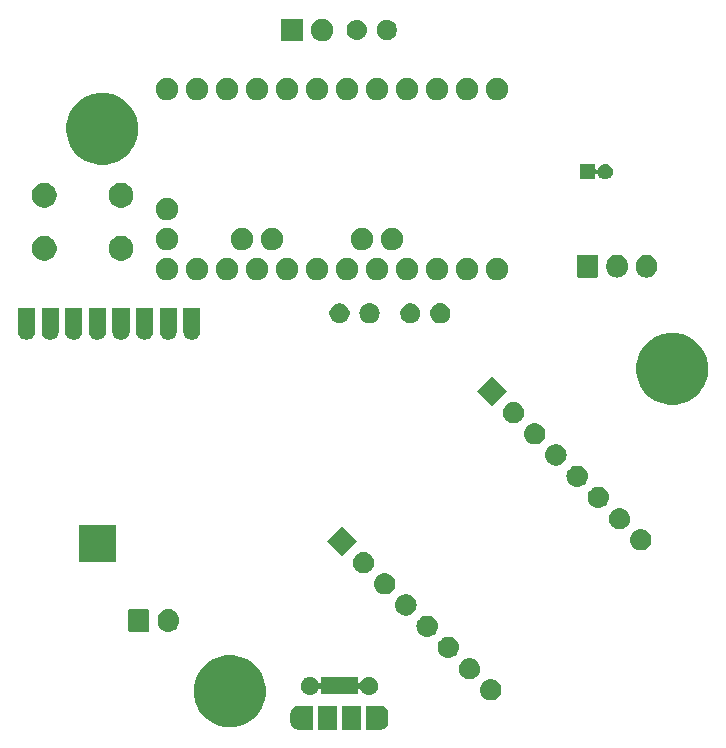
<source format=gbr>
G04 #@! TF.GenerationSoftware,KiCad,Pcbnew,(5.0.2)-1*
G04 #@! TF.CreationDate,2020-02-26T09:59:23+01:00*
G04 #@! TF.ProjectId,HB-OU-MP3-LED_PCB,48422d4f-552d-44d5-9033-2d4c45445f50,V2.1.3*
G04 #@! TF.SameCoordinates,Original*
G04 #@! TF.FileFunction,Soldermask,Top*
G04 #@! TF.FilePolarity,Negative*
%FSLAX46Y46*%
G04 Gerber Fmt 4.6, Leading zero omitted, Abs format (unit mm)*
G04 Created by KiCad (PCBNEW (5.0.2)-1) date 26.02.2020 09:59:23*
%MOMM*%
%LPD*%
G01*
G04 APERTURE LIST*
%ADD10C,0.100000*%
G04 APERTURE END LIST*
D10*
G36*
X138525862Y-128235898D02*
X138538114Y-128236500D01*
X139751000Y-128236500D01*
X139751000Y-130238500D01*
X138538114Y-130238500D01*
X138525862Y-130239102D01*
X138500000Y-130241649D01*
X138474138Y-130239102D01*
X138461886Y-130238500D01*
X138388593Y-130238500D01*
X138371835Y-130229543D01*
X138360292Y-130225413D01*
X138297118Y-130206249D01*
X138249667Y-130191855D01*
X138136576Y-130131406D01*
X138136574Y-130131405D01*
X138037447Y-130050053D01*
X137956095Y-129950925D01*
X137895646Y-129837833D01*
X137895645Y-129837832D01*
X137883237Y-129796926D01*
X137858420Y-129715117D01*
X137849000Y-129619472D01*
X137849000Y-128855527D01*
X137858420Y-128759882D01*
X137895645Y-128637168D01*
X137956096Y-128524074D01*
X138037448Y-128424947D01*
X138136575Y-128343595D01*
X138249669Y-128283145D01*
X138360295Y-128249587D01*
X138382924Y-128240214D01*
X138388482Y-128236500D01*
X138461886Y-128236500D01*
X138474138Y-128235898D01*
X138500000Y-128233351D01*
X138525862Y-128235898D01*
X138525862Y-128235898D01*
G37*
G36*
X145525862Y-128235898D02*
X145538114Y-128236500D01*
X145611405Y-128236500D01*
X145628165Y-128245458D01*
X145639695Y-128249584D01*
X145750331Y-128283145D01*
X145863425Y-128343595D01*
X145962553Y-128424947D01*
X146043905Y-128524074D01*
X146043906Y-128524076D01*
X146104355Y-128637167D01*
X146104356Y-128637170D01*
X146141580Y-128759882D01*
X146151000Y-128855527D01*
X146151000Y-129619473D01*
X146141580Y-129715118D01*
X146116763Y-129796927D01*
X146104355Y-129837833D01*
X146053085Y-129933751D01*
X146043905Y-129950926D01*
X145962553Y-130050053D01*
X145863426Y-130131405D01*
X145863424Y-130131406D01*
X145750333Y-130191855D01*
X145702882Y-130206249D01*
X145639711Y-130225412D01*
X145617076Y-130234788D01*
X145611520Y-130238500D01*
X145538114Y-130238500D01*
X145525862Y-130239102D01*
X145500000Y-130241649D01*
X145474138Y-130239102D01*
X145461886Y-130238500D01*
X144249000Y-130238500D01*
X144249000Y-128236500D01*
X145461886Y-128236500D01*
X145474138Y-128235898D01*
X145500000Y-128233351D01*
X145525862Y-128235898D01*
X145525862Y-128235898D01*
G37*
G36*
X141801000Y-130238500D02*
X140199000Y-130238500D01*
X140199000Y-128236500D01*
X141801000Y-128236500D01*
X141801000Y-130238500D01*
X141801000Y-130238500D01*
G37*
G36*
X143801000Y-130238500D02*
X142199000Y-130238500D01*
X142199000Y-128236500D01*
X143801000Y-128236500D01*
X143801000Y-130238500D01*
X143801000Y-130238500D01*
G37*
G36*
X133604941Y-124066248D02*
X133604943Y-124066249D01*
X133604944Y-124066249D01*
X134160190Y-124296239D01*
X134409023Y-124462504D01*
X134659902Y-124630136D01*
X135084864Y-125055098D01*
X135084866Y-125055101D01*
X135418761Y-125554810D01*
X135648751Y-126110056D01*
X135648752Y-126110059D01*
X135766000Y-126699501D01*
X135766000Y-127300499D01*
X135671942Y-127773359D01*
X135648751Y-127889944D01*
X135418761Y-128445190D01*
X135290484Y-128637170D01*
X135084864Y-128944902D01*
X134659902Y-129369864D01*
X134659899Y-129369866D01*
X134160190Y-129703761D01*
X133604944Y-129933751D01*
X133604943Y-129933751D01*
X133604941Y-129933752D01*
X133015499Y-130051000D01*
X132414501Y-130051000D01*
X131825059Y-129933752D01*
X131825057Y-129933751D01*
X131825056Y-129933751D01*
X131269810Y-129703761D01*
X130770101Y-129369866D01*
X130770098Y-129369864D01*
X130345136Y-128944902D01*
X130139516Y-128637170D01*
X130011239Y-128445190D01*
X129781249Y-127889944D01*
X129758059Y-127773359D01*
X129664000Y-127300499D01*
X129664000Y-126699501D01*
X129781248Y-126110059D01*
X129781249Y-126110056D01*
X130011239Y-125554810D01*
X130345134Y-125055101D01*
X130345136Y-125055098D01*
X130770098Y-124630136D01*
X131020977Y-124462504D01*
X131269810Y-124296239D01*
X131825056Y-124066249D01*
X131825057Y-124066249D01*
X131825059Y-124066248D01*
X132414501Y-123949000D01*
X133015499Y-123949000D01*
X133604941Y-124066248D01*
X133604941Y-124066248D01*
G37*
G36*
X154917009Y-125977307D02*
X154988986Y-125984396D01*
X155102212Y-126018743D01*
X155158826Y-126035916D01*
X155297446Y-126110011D01*
X155315350Y-126119581D01*
X155351088Y-126148911D01*
X155452545Y-126232173D01*
X155535807Y-126333630D01*
X155565137Y-126369368D01*
X155565138Y-126369370D01*
X155648802Y-126525892D01*
X155661069Y-126566332D01*
X155700322Y-126695732D01*
X155717718Y-126872359D01*
X155700322Y-127048986D01*
X155675276Y-127131552D01*
X155648802Y-127218826D01*
X155605147Y-127300497D01*
X155565137Y-127375350D01*
X155545177Y-127399671D01*
X155452545Y-127512545D01*
X155351088Y-127595807D01*
X155315350Y-127625137D01*
X155315348Y-127625138D01*
X155158826Y-127708802D01*
X155102212Y-127725975D01*
X154988986Y-127760322D01*
X154922802Y-127766840D01*
X154856619Y-127773359D01*
X154768099Y-127773359D01*
X154701916Y-127766840D01*
X154635732Y-127760322D01*
X154522506Y-127725975D01*
X154465892Y-127708802D01*
X154309370Y-127625138D01*
X154309368Y-127625137D01*
X154273630Y-127595807D01*
X154172173Y-127512545D01*
X154079541Y-127399671D01*
X154059581Y-127375350D01*
X154019571Y-127300497D01*
X153975916Y-127218826D01*
X153949442Y-127131552D01*
X153924396Y-127048986D01*
X153907000Y-126872359D01*
X153924396Y-126695732D01*
X153963649Y-126566332D01*
X153975916Y-126525892D01*
X154059580Y-126369370D01*
X154059581Y-126369368D01*
X154088911Y-126333630D01*
X154172173Y-126232173D01*
X154273630Y-126148911D01*
X154309368Y-126119581D01*
X154327272Y-126110011D01*
X154465892Y-126035916D01*
X154522506Y-126018743D01*
X154635732Y-125984396D01*
X154707709Y-125977307D01*
X154768099Y-125971359D01*
X154856619Y-125971359D01*
X154917009Y-125977307D01*
X154917009Y-125977307D01*
G37*
G36*
X139726349Y-125791320D02*
X139726352Y-125791321D01*
X139726351Y-125791321D01*
X139867574Y-125849817D01*
X139961759Y-125912750D01*
X139994674Y-125934743D01*
X140102757Y-126042826D01*
X140102759Y-126042829D01*
X140187683Y-126169926D01*
X140188701Y-126172384D01*
X140208515Y-126220220D01*
X140220067Y-126241831D01*
X140235612Y-126260773D01*
X140254554Y-126276318D01*
X140276165Y-126287869D01*
X140299614Y-126294982D01*
X140324000Y-126297384D01*
X140348387Y-126294982D01*
X140371836Y-126287869D01*
X140393447Y-126276317D01*
X140412389Y-126260772D01*
X140427934Y-126241830D01*
X140439485Y-126220219D01*
X140446598Y-126196770D01*
X140449000Y-126172384D01*
X140449000Y-125811500D01*
X143551000Y-125811500D01*
X143551000Y-126172384D01*
X143553402Y-126196770D01*
X143560515Y-126220219D01*
X143572066Y-126241830D01*
X143587612Y-126260772D01*
X143606554Y-126276318D01*
X143628165Y-126287869D01*
X143651614Y-126294982D01*
X143676000Y-126297384D01*
X143700386Y-126294982D01*
X143723835Y-126287869D01*
X143745446Y-126276318D01*
X143764388Y-126260772D01*
X143779934Y-126241830D01*
X143791485Y-126220220D01*
X143811299Y-126172384D01*
X143812317Y-126169926D01*
X143897241Y-126042829D01*
X143897243Y-126042826D01*
X144005326Y-125934743D01*
X144038241Y-125912750D01*
X144132426Y-125849817D01*
X144273649Y-125791321D01*
X144273648Y-125791321D01*
X144273651Y-125791320D01*
X144423569Y-125761500D01*
X144576431Y-125761500D01*
X144726349Y-125791320D01*
X144726352Y-125791321D01*
X144726351Y-125791321D01*
X144867574Y-125849817D01*
X144961759Y-125912750D01*
X144994674Y-125934743D01*
X145102757Y-126042826D01*
X145102759Y-126042829D01*
X145187683Y-126169926D01*
X145188701Y-126172384D01*
X145246180Y-126311151D01*
X145276000Y-126461069D01*
X145276000Y-126613931D01*
X145246180Y-126763849D01*
X145236851Y-126786371D01*
X145187683Y-126905074D01*
X145187682Y-126905075D01*
X145102757Y-127032174D01*
X144994674Y-127140257D01*
X144994671Y-127140259D01*
X144867574Y-127225183D01*
X144775068Y-127263500D01*
X144726349Y-127283680D01*
X144576431Y-127313500D01*
X144423569Y-127313500D01*
X144273651Y-127283680D01*
X144224932Y-127263500D01*
X144132426Y-127225183D01*
X144005329Y-127140259D01*
X144005326Y-127140257D01*
X143897243Y-127032174D01*
X143812318Y-126905075D01*
X143812317Y-126905074D01*
X143791484Y-126854778D01*
X143779933Y-126833169D01*
X143764388Y-126814227D01*
X143745446Y-126798682D01*
X143723835Y-126787131D01*
X143700386Y-126780018D01*
X143676000Y-126777616D01*
X143651613Y-126780018D01*
X143628164Y-126787131D01*
X143606553Y-126798683D01*
X143587611Y-126814228D01*
X143572066Y-126833170D01*
X143560515Y-126854781D01*
X143553402Y-126878230D01*
X143551000Y-126902616D01*
X143551000Y-127263500D01*
X140449000Y-127263500D01*
X140449000Y-126902616D01*
X140446598Y-126878230D01*
X140439485Y-126854781D01*
X140427934Y-126833170D01*
X140412388Y-126814228D01*
X140393446Y-126798682D01*
X140371835Y-126787131D01*
X140348386Y-126780018D01*
X140324000Y-126777616D01*
X140299614Y-126780018D01*
X140276165Y-126787131D01*
X140254554Y-126798682D01*
X140235612Y-126814228D01*
X140220066Y-126833170D01*
X140208516Y-126854778D01*
X140187683Y-126905074D01*
X140187682Y-126905075D01*
X140102757Y-127032174D01*
X139994674Y-127140257D01*
X139994671Y-127140259D01*
X139867574Y-127225183D01*
X139775068Y-127263500D01*
X139726349Y-127283680D01*
X139576431Y-127313500D01*
X139423569Y-127313500D01*
X139273651Y-127283680D01*
X139224932Y-127263500D01*
X139132426Y-127225183D01*
X139005329Y-127140259D01*
X139005326Y-127140257D01*
X138897243Y-127032174D01*
X138812318Y-126905075D01*
X138812317Y-126905074D01*
X138763149Y-126786371D01*
X138753820Y-126763849D01*
X138724000Y-126613931D01*
X138724000Y-126461069D01*
X138753820Y-126311151D01*
X138811299Y-126172384D01*
X138812317Y-126169926D01*
X138897241Y-126042829D01*
X138897243Y-126042826D01*
X139005326Y-125934743D01*
X139038241Y-125912750D01*
X139132426Y-125849817D01*
X139273649Y-125791321D01*
X139273648Y-125791321D01*
X139273651Y-125791320D01*
X139423569Y-125761500D01*
X139576431Y-125761500D01*
X139726349Y-125791320D01*
X139726349Y-125791320D01*
G37*
G36*
X153120967Y-124181256D02*
X153192934Y-124188344D01*
X153306160Y-124222691D01*
X153362774Y-124239864D01*
X153473408Y-124299000D01*
X153519298Y-124323529D01*
X153551954Y-124350329D01*
X153656493Y-124436121D01*
X153738765Y-124536371D01*
X153769085Y-124573316D01*
X153769086Y-124573318D01*
X153852750Y-124729840D01*
X153852750Y-124729841D01*
X153904270Y-124899680D01*
X153921666Y-125076307D01*
X153904270Y-125252934D01*
X153870400Y-125364590D01*
X153852750Y-125422774D01*
X153789790Y-125540562D01*
X153769085Y-125579298D01*
X153739755Y-125615036D01*
X153656493Y-125716493D01*
X153565313Y-125791321D01*
X153519298Y-125829085D01*
X153519296Y-125829086D01*
X153362774Y-125912750D01*
X153306160Y-125929923D01*
X153192934Y-125964270D01*
X153126750Y-125970788D01*
X153060567Y-125977307D01*
X152972047Y-125977307D01*
X152905864Y-125970788D01*
X152839680Y-125964270D01*
X152726454Y-125929923D01*
X152669840Y-125912750D01*
X152513318Y-125829086D01*
X152513316Y-125829085D01*
X152467301Y-125791321D01*
X152376121Y-125716493D01*
X152292859Y-125615036D01*
X152263529Y-125579298D01*
X152242824Y-125540562D01*
X152179864Y-125422774D01*
X152162214Y-125364590D01*
X152128344Y-125252934D01*
X152110948Y-125076307D01*
X152128344Y-124899680D01*
X152179864Y-124729841D01*
X152179864Y-124729840D01*
X152263528Y-124573318D01*
X152263529Y-124573316D01*
X152293849Y-124536371D01*
X152376121Y-124436121D01*
X152480660Y-124350329D01*
X152513316Y-124323529D01*
X152559206Y-124299000D01*
X152669840Y-124239864D01*
X152726454Y-124222691D01*
X152839680Y-124188344D01*
X152911647Y-124181256D01*
X152972047Y-124175307D01*
X153060567Y-124175307D01*
X153120967Y-124181256D01*
X153120967Y-124181256D01*
G37*
G36*
X151324916Y-122385205D02*
X151396883Y-122392293D01*
X151510109Y-122426640D01*
X151566723Y-122443813D01*
X151705343Y-122517908D01*
X151723247Y-122527478D01*
X151758985Y-122556808D01*
X151860442Y-122640070D01*
X151943704Y-122741527D01*
X151973034Y-122777265D01*
X151973035Y-122777267D01*
X152056699Y-122933789D01*
X152056699Y-122933790D01*
X152108219Y-123103629D01*
X152125615Y-123280256D01*
X152108219Y-123456883D01*
X152073872Y-123570109D01*
X152056699Y-123626723D01*
X151982604Y-123765343D01*
X151973034Y-123783247D01*
X151943704Y-123818985D01*
X151860442Y-123920442D01*
X151758985Y-124003704D01*
X151723247Y-124033034D01*
X151723245Y-124033035D01*
X151566723Y-124116699D01*
X151510109Y-124133872D01*
X151396883Y-124168219D01*
X151330699Y-124174737D01*
X151264516Y-124181256D01*
X151175996Y-124181256D01*
X151109813Y-124174737D01*
X151043629Y-124168219D01*
X150930403Y-124133872D01*
X150873789Y-124116699D01*
X150717267Y-124033035D01*
X150717265Y-124033034D01*
X150681527Y-124003704D01*
X150580070Y-123920442D01*
X150496808Y-123818985D01*
X150467478Y-123783247D01*
X150457908Y-123765343D01*
X150383813Y-123626723D01*
X150366640Y-123570109D01*
X150332293Y-123456883D01*
X150314897Y-123280256D01*
X150332293Y-123103629D01*
X150383813Y-122933790D01*
X150383813Y-122933789D01*
X150467477Y-122777267D01*
X150467478Y-122777265D01*
X150496808Y-122741527D01*
X150580070Y-122640070D01*
X150681527Y-122556808D01*
X150717265Y-122527478D01*
X150735169Y-122517908D01*
X150873789Y-122443813D01*
X150930403Y-122426640D01*
X151043629Y-122392293D01*
X151115596Y-122385205D01*
X151175996Y-122379256D01*
X151264516Y-122379256D01*
X151324916Y-122385205D01*
X151324916Y-122385205D01*
G37*
G36*
X149528865Y-120589154D02*
X149600832Y-120596242D01*
X149714058Y-120630589D01*
X149770672Y-120647762D01*
X149909292Y-120721857D01*
X149927196Y-120731427D01*
X149947846Y-120748374D01*
X150064391Y-120844019D01*
X150147653Y-120945476D01*
X150176983Y-120981214D01*
X150176984Y-120981216D01*
X150260648Y-121137738D01*
X150260648Y-121137739D01*
X150312168Y-121307578D01*
X150329564Y-121484205D01*
X150312168Y-121660832D01*
X150295680Y-121715185D01*
X150260648Y-121830672D01*
X150199160Y-121945706D01*
X150176983Y-121987196D01*
X150147653Y-122022934D01*
X150064391Y-122124391D01*
X149962934Y-122207653D01*
X149927196Y-122236983D01*
X149927194Y-122236984D01*
X149770672Y-122320648D01*
X149714058Y-122337821D01*
X149600832Y-122372168D01*
X149534648Y-122378686D01*
X149468465Y-122385205D01*
X149379945Y-122385205D01*
X149313762Y-122378686D01*
X149247578Y-122372168D01*
X149134352Y-122337821D01*
X149077738Y-122320648D01*
X148921216Y-122236984D01*
X148921214Y-122236983D01*
X148885476Y-122207653D01*
X148784019Y-122124391D01*
X148700757Y-122022934D01*
X148671427Y-121987196D01*
X148649250Y-121945706D01*
X148587762Y-121830672D01*
X148552730Y-121715185D01*
X148536242Y-121660832D01*
X148518846Y-121484205D01*
X148536242Y-121307578D01*
X148587762Y-121137739D01*
X148587762Y-121137738D01*
X148671426Y-120981216D01*
X148671427Y-120981214D01*
X148700757Y-120945476D01*
X148784019Y-120844019D01*
X148900564Y-120748374D01*
X148921214Y-120731427D01*
X148939118Y-120721857D01*
X149077738Y-120647762D01*
X149134352Y-120630589D01*
X149247578Y-120596242D01*
X149319545Y-120589154D01*
X149379945Y-120583205D01*
X149468465Y-120583205D01*
X149528865Y-120589154D01*
X149528865Y-120589154D01*
G37*
G36*
X127676626Y-120037037D02*
X127789852Y-120071384D01*
X127846466Y-120088557D01*
X128002989Y-120172221D01*
X128140186Y-120284814D01*
X128223448Y-120386271D01*
X128252778Y-120422009D01*
X128252779Y-120422011D01*
X128336443Y-120578533D01*
X128337860Y-120583205D01*
X128387963Y-120748373D01*
X128401000Y-120880742D01*
X128401000Y-121119257D01*
X128387963Y-121251626D01*
X128353616Y-121364852D01*
X128336443Y-121421466D01*
X128336442Y-121421467D01*
X128252778Y-121577991D01*
X128223448Y-121613729D01*
X128140186Y-121715186D01*
X128045251Y-121793096D01*
X128002991Y-121827778D01*
X128002989Y-121827779D01*
X127846467Y-121911443D01*
X127805734Y-121923799D01*
X127676627Y-121962963D01*
X127500000Y-121980359D01*
X127323374Y-121962963D01*
X127194267Y-121923799D01*
X127153534Y-121911443D01*
X126997012Y-121827779D01*
X126997010Y-121827778D01*
X126917711Y-121762699D01*
X126859814Y-121715185D01*
X126791217Y-121631599D01*
X126747222Y-121577991D01*
X126697092Y-121484205D01*
X126663557Y-121421467D01*
X126629010Y-121307578D01*
X126612037Y-121251627D01*
X126599000Y-121119258D01*
X126599000Y-120880743D01*
X126612037Y-120748374D01*
X126646384Y-120635148D01*
X126663557Y-120578534D01*
X126747221Y-120422011D01*
X126859814Y-120284814D01*
X126961271Y-120201552D01*
X126997009Y-120172222D01*
X127014913Y-120162652D01*
X127153533Y-120088557D01*
X127210147Y-120071384D01*
X127323373Y-120037037D01*
X127500000Y-120019641D01*
X127676626Y-120037037D01*
X127676626Y-120037037D01*
G37*
G36*
X125758600Y-120027989D02*
X125791649Y-120038014D01*
X125822106Y-120054294D01*
X125848799Y-120076201D01*
X125870706Y-120102894D01*
X125886986Y-120133351D01*
X125897011Y-120166400D01*
X125901000Y-120206904D01*
X125901000Y-121793096D01*
X125897011Y-121833600D01*
X125886986Y-121866649D01*
X125870706Y-121897106D01*
X125848799Y-121923799D01*
X125822106Y-121945706D01*
X125791649Y-121961986D01*
X125758600Y-121972011D01*
X125718096Y-121976000D01*
X124281904Y-121976000D01*
X124241400Y-121972011D01*
X124208351Y-121961986D01*
X124177894Y-121945706D01*
X124151201Y-121923799D01*
X124129294Y-121897106D01*
X124113014Y-121866649D01*
X124102989Y-121833600D01*
X124099000Y-121793096D01*
X124099000Y-120206904D01*
X124102989Y-120166400D01*
X124113014Y-120133351D01*
X124129294Y-120102894D01*
X124151201Y-120076201D01*
X124177894Y-120054294D01*
X124208351Y-120038014D01*
X124241400Y-120027989D01*
X124281904Y-120024000D01*
X125718096Y-120024000D01*
X125758600Y-120027989D01*
X125758600Y-120027989D01*
G37*
G36*
X147732804Y-118793102D02*
X147804781Y-118800191D01*
X147918007Y-118834538D01*
X147974621Y-118851711D01*
X148113241Y-118925806D01*
X148131145Y-118935376D01*
X148166883Y-118964706D01*
X148268340Y-119047968D01*
X148351602Y-119149425D01*
X148380932Y-119185163D01*
X148380933Y-119185165D01*
X148464597Y-119341687D01*
X148464597Y-119341688D01*
X148516117Y-119511527D01*
X148533513Y-119688154D01*
X148516117Y-119864781D01*
X148481770Y-119978007D01*
X148464597Y-120034621D01*
X148435767Y-120088557D01*
X148380932Y-120191145D01*
X148351602Y-120226883D01*
X148268340Y-120328340D01*
X148166883Y-120411602D01*
X148131145Y-120440932D01*
X148131143Y-120440933D01*
X147974621Y-120524597D01*
X147918007Y-120541770D01*
X147804781Y-120576117D01*
X147738597Y-120582635D01*
X147672414Y-120589154D01*
X147583894Y-120589154D01*
X147517711Y-120582635D01*
X147451527Y-120576117D01*
X147338301Y-120541770D01*
X147281687Y-120524597D01*
X147125165Y-120440933D01*
X147125163Y-120440932D01*
X147089425Y-120411602D01*
X146987968Y-120328340D01*
X146904706Y-120226883D01*
X146875376Y-120191145D01*
X146820541Y-120088557D01*
X146791711Y-120034621D01*
X146774538Y-119978007D01*
X146740191Y-119864781D01*
X146722795Y-119688154D01*
X146740191Y-119511527D01*
X146791711Y-119341688D01*
X146791711Y-119341687D01*
X146875375Y-119185165D01*
X146875376Y-119185163D01*
X146904706Y-119149425D01*
X146987968Y-119047968D01*
X147089425Y-118964706D01*
X147125163Y-118935376D01*
X147143067Y-118925806D01*
X147281687Y-118851711D01*
X147338301Y-118834538D01*
X147451527Y-118800191D01*
X147523504Y-118793102D01*
X147583894Y-118787154D01*
X147672414Y-118787154D01*
X147732804Y-118793102D01*
X147732804Y-118793102D01*
G37*
G36*
X145936762Y-116997051D02*
X146008729Y-117004139D01*
X146121955Y-117038486D01*
X146178569Y-117055659D01*
X146317189Y-117129754D01*
X146335093Y-117139324D01*
X146370831Y-117168654D01*
X146472288Y-117251916D01*
X146555550Y-117353373D01*
X146584880Y-117389111D01*
X146584881Y-117389113D01*
X146668545Y-117545635D01*
X146668545Y-117545636D01*
X146720065Y-117715475D01*
X146737461Y-117892102D01*
X146720065Y-118068729D01*
X146685718Y-118181955D01*
X146668545Y-118238569D01*
X146594450Y-118377189D01*
X146584880Y-118395093D01*
X146555550Y-118430831D01*
X146472288Y-118532288D01*
X146370831Y-118615550D01*
X146335093Y-118644880D01*
X146335091Y-118644881D01*
X146178569Y-118728545D01*
X146121955Y-118745718D01*
X146008729Y-118780065D01*
X145942544Y-118786584D01*
X145876362Y-118793102D01*
X145787842Y-118793102D01*
X145721660Y-118786584D01*
X145655475Y-118780065D01*
X145542249Y-118745718D01*
X145485635Y-118728545D01*
X145329113Y-118644881D01*
X145329111Y-118644880D01*
X145293373Y-118615550D01*
X145191916Y-118532288D01*
X145108654Y-118430831D01*
X145079324Y-118395093D01*
X145069754Y-118377189D01*
X144995659Y-118238569D01*
X144978486Y-118181955D01*
X144944139Y-118068729D01*
X144926743Y-117892102D01*
X144944139Y-117715475D01*
X144995659Y-117545636D01*
X144995659Y-117545635D01*
X145079323Y-117389113D01*
X145079324Y-117389111D01*
X145108654Y-117353373D01*
X145191916Y-117251916D01*
X145293373Y-117168654D01*
X145329111Y-117139324D01*
X145347015Y-117129754D01*
X145485635Y-117055659D01*
X145542249Y-117038486D01*
X145655475Y-117004139D01*
X145727442Y-116997051D01*
X145787842Y-116991102D01*
X145876362Y-116991102D01*
X145936762Y-116997051D01*
X145936762Y-116997051D01*
G37*
G36*
X144146493Y-115201569D02*
X144212678Y-115208088D01*
X144325904Y-115242435D01*
X144382518Y-115259608D01*
X144521138Y-115333703D01*
X144539042Y-115343273D01*
X144574780Y-115372603D01*
X144676237Y-115455865D01*
X144759499Y-115557322D01*
X144788829Y-115593060D01*
X144788830Y-115593062D01*
X144872494Y-115749584D01*
X144872494Y-115749585D01*
X144924014Y-115919424D01*
X144941410Y-116096051D01*
X144924014Y-116272678D01*
X144889667Y-116385904D01*
X144872494Y-116442518D01*
X144798399Y-116581138D01*
X144788829Y-116599042D01*
X144759499Y-116634780D01*
X144676237Y-116736237D01*
X144574780Y-116819499D01*
X144539042Y-116848829D01*
X144539040Y-116848830D01*
X144382518Y-116932494D01*
X144325904Y-116949667D01*
X144212678Y-116984014D01*
X144146493Y-116990533D01*
X144080311Y-116997051D01*
X143991791Y-116997051D01*
X143925609Y-116990533D01*
X143859424Y-116984014D01*
X143746198Y-116949667D01*
X143689584Y-116932494D01*
X143533062Y-116848830D01*
X143533060Y-116848829D01*
X143497322Y-116819499D01*
X143395865Y-116736237D01*
X143312603Y-116634780D01*
X143283273Y-116599042D01*
X143273703Y-116581138D01*
X143199608Y-116442518D01*
X143182435Y-116385904D01*
X143148088Y-116272678D01*
X143130692Y-116096051D01*
X143148088Y-115919424D01*
X143199608Y-115749585D01*
X143199608Y-115749584D01*
X143283272Y-115593062D01*
X143283273Y-115593060D01*
X143312603Y-115557322D01*
X143395865Y-115455865D01*
X143497322Y-115372603D01*
X143533060Y-115343273D01*
X143550964Y-115333703D01*
X143689584Y-115259608D01*
X143746198Y-115242435D01*
X143859424Y-115208088D01*
X143925609Y-115201569D01*
X143991791Y-115195051D01*
X144080311Y-115195051D01*
X144146493Y-115201569D01*
X144146493Y-115201569D01*
G37*
G36*
X123065000Y-116029000D02*
X119963000Y-116029000D01*
X119963000Y-112927000D01*
X123065000Y-112927000D01*
X123065000Y-116029000D01*
X123065000Y-116029000D01*
G37*
G36*
X143514207Y-114300000D02*
X142240000Y-115574207D01*
X140965793Y-114300000D01*
X142240000Y-113025793D01*
X143514207Y-114300000D01*
X143514207Y-114300000D01*
G37*
G36*
X167617009Y-113277307D02*
X167688986Y-113284396D01*
X167802212Y-113318743D01*
X167858826Y-113335916D01*
X167997446Y-113410011D01*
X168015350Y-113419581D01*
X168051088Y-113448911D01*
X168152545Y-113532173D01*
X168235807Y-113633630D01*
X168265137Y-113669368D01*
X168265138Y-113669370D01*
X168348802Y-113825892D01*
X168348802Y-113825893D01*
X168400322Y-113995732D01*
X168417718Y-114172359D01*
X168400322Y-114348986D01*
X168365975Y-114462212D01*
X168348802Y-114518826D01*
X168274707Y-114657446D01*
X168265137Y-114675350D01*
X168235807Y-114711088D01*
X168152545Y-114812545D01*
X168051088Y-114895807D01*
X168015350Y-114925137D01*
X168015348Y-114925138D01*
X167858826Y-115008802D01*
X167802212Y-115025975D01*
X167688986Y-115060322D01*
X167622802Y-115066840D01*
X167556619Y-115073359D01*
X167468099Y-115073359D01*
X167401916Y-115066840D01*
X167335732Y-115060322D01*
X167222506Y-115025975D01*
X167165892Y-115008802D01*
X167009370Y-114925138D01*
X167009368Y-114925137D01*
X166973630Y-114895807D01*
X166872173Y-114812545D01*
X166788911Y-114711088D01*
X166759581Y-114675350D01*
X166750011Y-114657446D01*
X166675916Y-114518826D01*
X166658743Y-114462212D01*
X166624396Y-114348986D01*
X166607000Y-114172359D01*
X166624396Y-113995732D01*
X166675916Y-113825893D01*
X166675916Y-113825892D01*
X166759580Y-113669370D01*
X166759581Y-113669368D01*
X166788911Y-113633630D01*
X166872173Y-113532173D01*
X166973630Y-113448911D01*
X167009368Y-113419581D01*
X167027272Y-113410011D01*
X167165892Y-113335916D01*
X167222506Y-113318743D01*
X167335732Y-113284396D01*
X167407709Y-113277307D01*
X167468099Y-113271359D01*
X167556619Y-113271359D01*
X167617009Y-113277307D01*
X167617009Y-113277307D01*
G37*
G36*
X165820967Y-111481256D02*
X165892934Y-111488344D01*
X166006160Y-111522691D01*
X166062774Y-111539864D01*
X166201394Y-111613959D01*
X166219298Y-111623529D01*
X166255036Y-111652859D01*
X166356493Y-111736121D01*
X166439755Y-111837578D01*
X166469085Y-111873316D01*
X166469086Y-111873318D01*
X166552750Y-112029840D01*
X166552750Y-112029841D01*
X166604270Y-112199680D01*
X166621666Y-112376307D01*
X166604270Y-112552934D01*
X166569923Y-112666160D01*
X166552750Y-112722774D01*
X166478655Y-112861394D01*
X166469085Y-112879298D01*
X166439755Y-112915036D01*
X166356493Y-113016493D01*
X166255036Y-113099755D01*
X166219298Y-113129085D01*
X166219296Y-113129086D01*
X166062774Y-113212750D01*
X166006160Y-113229923D01*
X165892934Y-113264270D01*
X165826749Y-113270789D01*
X165760567Y-113277307D01*
X165672047Y-113277307D01*
X165605865Y-113270789D01*
X165539680Y-113264270D01*
X165426454Y-113229923D01*
X165369840Y-113212750D01*
X165213318Y-113129086D01*
X165213316Y-113129085D01*
X165177578Y-113099755D01*
X165076121Y-113016493D01*
X164992859Y-112915036D01*
X164963529Y-112879298D01*
X164953959Y-112861394D01*
X164879864Y-112722774D01*
X164862691Y-112666160D01*
X164828344Y-112552934D01*
X164810948Y-112376307D01*
X164828344Y-112199680D01*
X164879864Y-112029841D01*
X164879864Y-112029840D01*
X164963528Y-111873318D01*
X164963529Y-111873316D01*
X164992859Y-111837578D01*
X165076121Y-111736121D01*
X165177578Y-111652859D01*
X165213316Y-111623529D01*
X165231220Y-111613959D01*
X165369840Y-111539864D01*
X165426454Y-111522691D01*
X165539680Y-111488344D01*
X165611647Y-111481256D01*
X165672047Y-111475307D01*
X165760567Y-111475307D01*
X165820967Y-111481256D01*
X165820967Y-111481256D01*
G37*
G36*
X164024916Y-109685205D02*
X164096883Y-109692293D01*
X164210109Y-109726640D01*
X164266723Y-109743813D01*
X164405343Y-109817908D01*
X164423247Y-109827478D01*
X164458985Y-109856808D01*
X164560442Y-109940070D01*
X164643704Y-110041527D01*
X164673034Y-110077265D01*
X164673035Y-110077267D01*
X164756699Y-110233789D01*
X164756699Y-110233790D01*
X164808219Y-110403629D01*
X164825615Y-110580256D01*
X164808219Y-110756883D01*
X164773872Y-110870109D01*
X164756699Y-110926723D01*
X164682604Y-111065343D01*
X164673034Y-111083247D01*
X164643704Y-111118985D01*
X164560442Y-111220442D01*
X164458985Y-111303704D01*
X164423247Y-111333034D01*
X164423245Y-111333035D01*
X164266723Y-111416699D01*
X164210109Y-111433872D01*
X164096883Y-111468219D01*
X164030699Y-111474737D01*
X163964516Y-111481256D01*
X163875996Y-111481256D01*
X163809813Y-111474737D01*
X163743629Y-111468219D01*
X163630403Y-111433872D01*
X163573789Y-111416699D01*
X163417267Y-111333035D01*
X163417265Y-111333034D01*
X163381527Y-111303704D01*
X163280070Y-111220442D01*
X163196808Y-111118985D01*
X163167478Y-111083247D01*
X163157908Y-111065343D01*
X163083813Y-110926723D01*
X163066640Y-110870109D01*
X163032293Y-110756883D01*
X163014897Y-110580256D01*
X163032293Y-110403629D01*
X163083813Y-110233790D01*
X163083813Y-110233789D01*
X163167477Y-110077267D01*
X163167478Y-110077265D01*
X163196808Y-110041527D01*
X163280070Y-109940070D01*
X163381527Y-109856808D01*
X163417265Y-109827478D01*
X163435169Y-109817908D01*
X163573789Y-109743813D01*
X163630403Y-109726640D01*
X163743629Y-109692293D01*
X163815596Y-109685205D01*
X163875996Y-109679256D01*
X163964516Y-109679256D01*
X164024916Y-109685205D01*
X164024916Y-109685205D01*
G37*
G36*
X162228865Y-107889154D02*
X162300832Y-107896242D01*
X162414058Y-107930589D01*
X162470672Y-107947762D01*
X162609292Y-108021857D01*
X162627196Y-108031427D01*
X162662934Y-108060757D01*
X162764391Y-108144019D01*
X162847653Y-108245476D01*
X162876983Y-108281214D01*
X162876984Y-108281216D01*
X162960648Y-108437738D01*
X162960648Y-108437739D01*
X163012168Y-108607578D01*
X163029564Y-108784205D01*
X163012168Y-108960832D01*
X162977821Y-109074058D01*
X162960648Y-109130672D01*
X162886553Y-109269292D01*
X162876983Y-109287196D01*
X162847653Y-109322934D01*
X162764391Y-109424391D01*
X162662934Y-109507653D01*
X162627196Y-109536983D01*
X162627194Y-109536984D01*
X162470672Y-109620648D01*
X162414058Y-109637821D01*
X162300832Y-109672168D01*
X162234647Y-109678687D01*
X162168465Y-109685205D01*
X162079945Y-109685205D01*
X162013763Y-109678687D01*
X161947578Y-109672168D01*
X161834352Y-109637821D01*
X161777738Y-109620648D01*
X161621216Y-109536984D01*
X161621214Y-109536983D01*
X161585476Y-109507653D01*
X161484019Y-109424391D01*
X161400757Y-109322934D01*
X161371427Y-109287196D01*
X161361857Y-109269292D01*
X161287762Y-109130672D01*
X161270589Y-109074058D01*
X161236242Y-108960832D01*
X161218846Y-108784205D01*
X161236242Y-108607578D01*
X161287762Y-108437739D01*
X161287762Y-108437738D01*
X161371426Y-108281216D01*
X161371427Y-108281214D01*
X161400757Y-108245476D01*
X161484019Y-108144019D01*
X161585476Y-108060757D01*
X161621214Y-108031427D01*
X161639118Y-108021857D01*
X161777738Y-107947762D01*
X161834352Y-107930589D01*
X161947578Y-107896242D01*
X162019545Y-107889154D01*
X162079945Y-107883205D01*
X162168465Y-107883205D01*
X162228865Y-107889154D01*
X162228865Y-107889154D01*
G37*
G36*
X160432804Y-106093102D02*
X160504781Y-106100191D01*
X160618007Y-106134538D01*
X160674621Y-106151711D01*
X160813241Y-106225806D01*
X160831145Y-106235376D01*
X160866883Y-106264706D01*
X160968340Y-106347968D01*
X161051602Y-106449425D01*
X161080932Y-106485163D01*
X161080933Y-106485165D01*
X161164597Y-106641687D01*
X161164597Y-106641688D01*
X161216117Y-106811527D01*
X161233513Y-106988154D01*
X161216117Y-107164781D01*
X161181770Y-107278007D01*
X161164597Y-107334621D01*
X161090502Y-107473241D01*
X161080932Y-107491145D01*
X161051602Y-107526883D01*
X160968340Y-107628340D01*
X160866883Y-107711602D01*
X160831145Y-107740932D01*
X160831143Y-107740933D01*
X160674621Y-107824597D01*
X160618007Y-107841770D01*
X160504781Y-107876117D01*
X160438596Y-107882636D01*
X160372414Y-107889154D01*
X160283894Y-107889154D01*
X160217712Y-107882636D01*
X160151527Y-107876117D01*
X160038301Y-107841770D01*
X159981687Y-107824597D01*
X159825165Y-107740933D01*
X159825163Y-107740932D01*
X159789425Y-107711602D01*
X159687968Y-107628340D01*
X159604706Y-107526883D01*
X159575376Y-107491145D01*
X159565806Y-107473241D01*
X159491711Y-107334621D01*
X159474538Y-107278007D01*
X159440191Y-107164781D01*
X159422795Y-106988154D01*
X159440191Y-106811527D01*
X159491711Y-106641688D01*
X159491711Y-106641687D01*
X159575375Y-106485165D01*
X159575376Y-106485163D01*
X159604706Y-106449425D01*
X159687968Y-106347968D01*
X159789425Y-106264706D01*
X159825163Y-106235376D01*
X159843067Y-106225806D01*
X159981687Y-106151711D01*
X160038301Y-106134538D01*
X160151527Y-106100191D01*
X160223504Y-106093102D01*
X160283894Y-106087154D01*
X160372414Y-106087154D01*
X160432804Y-106093102D01*
X160432804Y-106093102D01*
G37*
G36*
X158636762Y-104297051D02*
X158708729Y-104304139D01*
X158821955Y-104338486D01*
X158878569Y-104355659D01*
X159017189Y-104429754D01*
X159035093Y-104439324D01*
X159070831Y-104468654D01*
X159172288Y-104551916D01*
X159255550Y-104653373D01*
X159284880Y-104689111D01*
X159284881Y-104689113D01*
X159368545Y-104845635D01*
X159368545Y-104845636D01*
X159420065Y-105015475D01*
X159437461Y-105192102D01*
X159420065Y-105368729D01*
X159385718Y-105481955D01*
X159368545Y-105538569D01*
X159294450Y-105677189D01*
X159284880Y-105695093D01*
X159255550Y-105730831D01*
X159172288Y-105832288D01*
X159070831Y-105915550D01*
X159035093Y-105944880D01*
X159035091Y-105944881D01*
X158878569Y-106028545D01*
X158821955Y-106045718D01*
X158708729Y-106080065D01*
X158642544Y-106086584D01*
X158576362Y-106093102D01*
X158487842Y-106093102D01*
X158421660Y-106086584D01*
X158355475Y-106080065D01*
X158242249Y-106045718D01*
X158185635Y-106028545D01*
X158029113Y-105944881D01*
X158029111Y-105944880D01*
X157993373Y-105915550D01*
X157891916Y-105832288D01*
X157808654Y-105730831D01*
X157779324Y-105695093D01*
X157769754Y-105677189D01*
X157695659Y-105538569D01*
X157678486Y-105481955D01*
X157644139Y-105368729D01*
X157626743Y-105192102D01*
X157644139Y-105015475D01*
X157695659Y-104845636D01*
X157695659Y-104845635D01*
X157779323Y-104689113D01*
X157779324Y-104689111D01*
X157808654Y-104653373D01*
X157891916Y-104551916D01*
X157993373Y-104468654D01*
X158029111Y-104439324D01*
X158047015Y-104429754D01*
X158185635Y-104355659D01*
X158242249Y-104338486D01*
X158355475Y-104304139D01*
X158427442Y-104297051D01*
X158487842Y-104291102D01*
X158576362Y-104291102D01*
X158636762Y-104297051D01*
X158636762Y-104297051D01*
G37*
G36*
X156846493Y-102501569D02*
X156912678Y-102508088D01*
X157025904Y-102542435D01*
X157082518Y-102559608D01*
X157211875Y-102628752D01*
X157239042Y-102643273D01*
X157274780Y-102672603D01*
X157376237Y-102755865D01*
X157459499Y-102857322D01*
X157488829Y-102893060D01*
X157488830Y-102893062D01*
X157572494Y-103049584D01*
X157572494Y-103049585D01*
X157624014Y-103219424D01*
X157641410Y-103396051D01*
X157624014Y-103572678D01*
X157589667Y-103685904D01*
X157572494Y-103742518D01*
X157498399Y-103881138D01*
X157488829Y-103899042D01*
X157459499Y-103934780D01*
X157376237Y-104036237D01*
X157274780Y-104119499D01*
X157239042Y-104148829D01*
X157239040Y-104148830D01*
X157082518Y-104232494D01*
X157025904Y-104249667D01*
X156912678Y-104284014D01*
X156846494Y-104290532D01*
X156780311Y-104297051D01*
X156691791Y-104297051D01*
X156625608Y-104290532D01*
X156559424Y-104284014D01*
X156446198Y-104249667D01*
X156389584Y-104232494D01*
X156233062Y-104148830D01*
X156233060Y-104148829D01*
X156197322Y-104119499D01*
X156095865Y-104036237D01*
X156012603Y-103934780D01*
X155983273Y-103899042D01*
X155973703Y-103881138D01*
X155899608Y-103742518D01*
X155882435Y-103685904D01*
X155848088Y-103572678D01*
X155830692Y-103396051D01*
X155848088Y-103219424D01*
X155899608Y-103049585D01*
X155899608Y-103049584D01*
X155983272Y-102893062D01*
X155983273Y-102893060D01*
X156012603Y-102857322D01*
X156095865Y-102755865D01*
X156197322Y-102672603D01*
X156233060Y-102643273D01*
X156260227Y-102628752D01*
X156389584Y-102559608D01*
X156446198Y-102542435D01*
X156559424Y-102508088D01*
X156625609Y-102501569D01*
X156691791Y-102495051D01*
X156780311Y-102495051D01*
X156846493Y-102501569D01*
X156846493Y-102501569D01*
G37*
G36*
X156214207Y-101600000D02*
X154940000Y-102874207D01*
X153665793Y-101600000D01*
X154940000Y-100325793D01*
X156214207Y-101600000D01*
X156214207Y-101600000D01*
G37*
G36*
X171069941Y-96761248D02*
X171069943Y-96761249D01*
X171069944Y-96761249D01*
X171625190Y-96991239D01*
X171984573Y-97231371D01*
X172124902Y-97325136D01*
X172549864Y-97750098D01*
X172549866Y-97750101D01*
X172883761Y-98249810D01*
X173113751Y-98805056D01*
X173113752Y-98805059D01*
X173231000Y-99394501D01*
X173231000Y-99995499D01*
X173165300Y-100325794D01*
X173113751Y-100584944D01*
X172883761Y-101140190D01*
X172816021Y-101241570D01*
X172549864Y-101639902D01*
X172124902Y-102064864D01*
X172124899Y-102064866D01*
X171625190Y-102398761D01*
X171069944Y-102628751D01*
X171069943Y-102628751D01*
X171069941Y-102628752D01*
X170480499Y-102746000D01*
X169879501Y-102746000D01*
X169290059Y-102628752D01*
X169290057Y-102628751D01*
X169290056Y-102628751D01*
X168734810Y-102398761D01*
X168235101Y-102064866D01*
X168235098Y-102064864D01*
X167810136Y-101639902D01*
X167543979Y-101241570D01*
X167476239Y-101140190D01*
X167246249Y-100584944D01*
X167194701Y-100325794D01*
X167129000Y-99995499D01*
X167129000Y-99394501D01*
X167246248Y-98805059D01*
X167246249Y-98805056D01*
X167476239Y-98249810D01*
X167810134Y-97750101D01*
X167810136Y-97750098D01*
X168235098Y-97325136D01*
X168375427Y-97231371D01*
X168734810Y-96991239D01*
X169290056Y-96761249D01*
X169290057Y-96761249D01*
X169290059Y-96761248D01*
X169879501Y-96644000D01*
X170480499Y-96644000D01*
X171069941Y-96761248D01*
X171069941Y-96761248D01*
G37*
G36*
X126226000Y-96571506D02*
X126198101Y-96711767D01*
X126143373Y-96843891D01*
X126063921Y-96962799D01*
X125962799Y-97063921D01*
X125843891Y-97143373D01*
X125711767Y-97198101D01*
X125571506Y-97226000D01*
X125428494Y-97226000D01*
X125288233Y-97198101D01*
X125156109Y-97143373D01*
X125037201Y-97063921D01*
X124936079Y-96962799D01*
X124856627Y-96843891D01*
X124801899Y-96711767D01*
X124774000Y-96571506D01*
X124774000Y-94549000D01*
X126226000Y-94549000D01*
X126226000Y-96571506D01*
X126226000Y-96571506D01*
G37*
G36*
X128226000Y-96571506D02*
X128198101Y-96711767D01*
X128143373Y-96843891D01*
X128063921Y-96962799D01*
X127962799Y-97063921D01*
X127843891Y-97143373D01*
X127711767Y-97198101D01*
X127571506Y-97226000D01*
X127428494Y-97226000D01*
X127288233Y-97198101D01*
X127156109Y-97143373D01*
X127037201Y-97063921D01*
X126936079Y-96962799D01*
X126856627Y-96843891D01*
X126801899Y-96711767D01*
X126774000Y-96571506D01*
X126774000Y-94549000D01*
X128226000Y-94549000D01*
X128226000Y-96571506D01*
X128226000Y-96571506D01*
G37*
G36*
X130226000Y-96571506D02*
X130198101Y-96711767D01*
X130143373Y-96843891D01*
X130063921Y-96962799D01*
X129962799Y-97063921D01*
X129843891Y-97143373D01*
X129711767Y-97198101D01*
X129571506Y-97226000D01*
X129428494Y-97226000D01*
X129288233Y-97198101D01*
X129156109Y-97143373D01*
X129037201Y-97063921D01*
X128936079Y-96962799D01*
X128856627Y-96843891D01*
X128801899Y-96711767D01*
X128774000Y-96571506D01*
X128774000Y-94549000D01*
X130226000Y-94549000D01*
X130226000Y-96571506D01*
X130226000Y-96571506D01*
G37*
G36*
X124226000Y-96571506D02*
X124198101Y-96711767D01*
X124143373Y-96843891D01*
X124063921Y-96962799D01*
X123962799Y-97063921D01*
X123843891Y-97143373D01*
X123711767Y-97198101D01*
X123571506Y-97226000D01*
X123428494Y-97226000D01*
X123288233Y-97198101D01*
X123156109Y-97143373D01*
X123037201Y-97063921D01*
X122936079Y-96962799D01*
X122856627Y-96843891D01*
X122801899Y-96711767D01*
X122774000Y-96571506D01*
X122774000Y-94549000D01*
X124226000Y-94549000D01*
X124226000Y-96571506D01*
X124226000Y-96571506D01*
G37*
G36*
X118226000Y-96571506D02*
X118198101Y-96711767D01*
X118143373Y-96843891D01*
X118063921Y-96962799D01*
X117962799Y-97063921D01*
X117843891Y-97143373D01*
X117711767Y-97198101D01*
X117571506Y-97226000D01*
X117428494Y-97226000D01*
X117288233Y-97198101D01*
X117156109Y-97143373D01*
X117037201Y-97063921D01*
X116936079Y-96962799D01*
X116856627Y-96843891D01*
X116801899Y-96711767D01*
X116774000Y-96571506D01*
X116774000Y-94549000D01*
X118226000Y-94549000D01*
X118226000Y-96571506D01*
X118226000Y-96571506D01*
G37*
G36*
X120226000Y-96571506D02*
X120198101Y-96711767D01*
X120143373Y-96843891D01*
X120063921Y-96962799D01*
X119962799Y-97063921D01*
X119843891Y-97143373D01*
X119711767Y-97198101D01*
X119571506Y-97226000D01*
X119428494Y-97226000D01*
X119288233Y-97198101D01*
X119156109Y-97143373D01*
X119037201Y-97063921D01*
X118936079Y-96962799D01*
X118856627Y-96843891D01*
X118801899Y-96711767D01*
X118774000Y-96571506D01*
X118774000Y-94549000D01*
X120226000Y-94549000D01*
X120226000Y-96571506D01*
X120226000Y-96571506D01*
G37*
G36*
X116226000Y-96571506D02*
X116198101Y-96711767D01*
X116143373Y-96843891D01*
X116063921Y-96962799D01*
X115962799Y-97063921D01*
X115843891Y-97143373D01*
X115711767Y-97198101D01*
X115571506Y-97226000D01*
X115428494Y-97226000D01*
X115288233Y-97198101D01*
X115156109Y-97143373D01*
X115037201Y-97063921D01*
X114936079Y-96962799D01*
X114856627Y-96843891D01*
X114801899Y-96711767D01*
X114774000Y-96571506D01*
X114774000Y-94549000D01*
X116226000Y-94549000D01*
X116226000Y-96571506D01*
X116226000Y-96571506D01*
G37*
G36*
X122226000Y-96571506D02*
X122198101Y-96711767D01*
X122143373Y-96843891D01*
X122063921Y-96962799D01*
X121962799Y-97063921D01*
X121843891Y-97143373D01*
X121711767Y-97198101D01*
X121571506Y-97226000D01*
X121428494Y-97226000D01*
X121288233Y-97198101D01*
X121156109Y-97143373D01*
X121037201Y-97063921D01*
X120936079Y-96962799D01*
X120856627Y-96843891D01*
X120801899Y-96711767D01*
X120774000Y-96571506D01*
X120774000Y-94549000D01*
X122226000Y-94549000D01*
X122226000Y-96571506D01*
X122226000Y-96571506D01*
G37*
G36*
X148248228Y-94181703D02*
X148403100Y-94245853D01*
X148542481Y-94338985D01*
X148661015Y-94457519D01*
X148754147Y-94596900D01*
X148818297Y-94751772D01*
X148851000Y-94916184D01*
X148851000Y-95083816D01*
X148818297Y-95248228D01*
X148754147Y-95403100D01*
X148661015Y-95542481D01*
X148542481Y-95661015D01*
X148403100Y-95754147D01*
X148248228Y-95818297D01*
X148083816Y-95851000D01*
X147916184Y-95851000D01*
X147751772Y-95818297D01*
X147596900Y-95754147D01*
X147457519Y-95661015D01*
X147338985Y-95542481D01*
X147245853Y-95403100D01*
X147181703Y-95248228D01*
X147149000Y-95083816D01*
X147149000Y-94916184D01*
X147181703Y-94751772D01*
X147245853Y-94596900D01*
X147338985Y-94457519D01*
X147457519Y-94338985D01*
X147596900Y-94245853D01*
X147751772Y-94181703D01*
X147916184Y-94149000D01*
X148083816Y-94149000D01*
X148248228Y-94181703D01*
X148248228Y-94181703D01*
G37*
G36*
X150706821Y-94161313D02*
X150706824Y-94161314D01*
X150706825Y-94161314D01*
X150867239Y-94209975D01*
X150867241Y-94209976D01*
X150867244Y-94209977D01*
X151015078Y-94288995D01*
X151144659Y-94395341D01*
X151251005Y-94524922D01*
X151330023Y-94672756D01*
X151330024Y-94672759D01*
X151330025Y-94672761D01*
X151378686Y-94833175D01*
X151378687Y-94833179D01*
X151395117Y-95000000D01*
X151378687Y-95166821D01*
X151378686Y-95166824D01*
X151378686Y-95166825D01*
X151353993Y-95248228D01*
X151330023Y-95327244D01*
X151251005Y-95475078D01*
X151144659Y-95604659D01*
X151015078Y-95711005D01*
X150867244Y-95790023D01*
X150867241Y-95790024D01*
X150867239Y-95790025D01*
X150706825Y-95838686D01*
X150706824Y-95838686D01*
X150706821Y-95838687D01*
X150581804Y-95851000D01*
X150498196Y-95851000D01*
X150373179Y-95838687D01*
X150373176Y-95838686D01*
X150373175Y-95838686D01*
X150212761Y-95790025D01*
X150212759Y-95790024D01*
X150212756Y-95790023D01*
X150064922Y-95711005D01*
X149935341Y-95604659D01*
X149828995Y-95475078D01*
X149749977Y-95327244D01*
X149726008Y-95248228D01*
X149701314Y-95166825D01*
X149701314Y-95166824D01*
X149701313Y-95166821D01*
X149684883Y-95000000D01*
X149701313Y-94833179D01*
X149701314Y-94833175D01*
X149749975Y-94672761D01*
X149749976Y-94672759D01*
X149749977Y-94672756D01*
X149828995Y-94524922D01*
X149935341Y-94395341D01*
X150064922Y-94288995D01*
X150212756Y-94209977D01*
X150212759Y-94209976D01*
X150212761Y-94209975D01*
X150373175Y-94161314D01*
X150373176Y-94161314D01*
X150373179Y-94161313D01*
X150498196Y-94149000D01*
X150581804Y-94149000D01*
X150706821Y-94161313D01*
X150706821Y-94161313D01*
G37*
G36*
X142248228Y-94181703D02*
X142403100Y-94245853D01*
X142542481Y-94338985D01*
X142661015Y-94457519D01*
X142754147Y-94596900D01*
X142818297Y-94751772D01*
X142851000Y-94916184D01*
X142851000Y-95083816D01*
X142818297Y-95248228D01*
X142754147Y-95403100D01*
X142661015Y-95542481D01*
X142542481Y-95661015D01*
X142403100Y-95754147D01*
X142248228Y-95818297D01*
X142083816Y-95851000D01*
X141916184Y-95851000D01*
X141751772Y-95818297D01*
X141596900Y-95754147D01*
X141457519Y-95661015D01*
X141338985Y-95542481D01*
X141245853Y-95403100D01*
X141181703Y-95248228D01*
X141149000Y-95083816D01*
X141149000Y-94916184D01*
X141181703Y-94751772D01*
X141245853Y-94596900D01*
X141338985Y-94457519D01*
X141457519Y-94338985D01*
X141596900Y-94245853D01*
X141751772Y-94181703D01*
X141916184Y-94149000D01*
X142083816Y-94149000D01*
X142248228Y-94181703D01*
X142248228Y-94181703D01*
G37*
G36*
X144706821Y-94161313D02*
X144706824Y-94161314D01*
X144706825Y-94161314D01*
X144867239Y-94209975D01*
X144867241Y-94209976D01*
X144867244Y-94209977D01*
X145015078Y-94288995D01*
X145144659Y-94395341D01*
X145251005Y-94524922D01*
X145330023Y-94672756D01*
X145330024Y-94672759D01*
X145330025Y-94672761D01*
X145378686Y-94833175D01*
X145378687Y-94833179D01*
X145395117Y-95000000D01*
X145378687Y-95166821D01*
X145378686Y-95166824D01*
X145378686Y-95166825D01*
X145353993Y-95248228D01*
X145330023Y-95327244D01*
X145251005Y-95475078D01*
X145144659Y-95604659D01*
X145015078Y-95711005D01*
X144867244Y-95790023D01*
X144867241Y-95790024D01*
X144867239Y-95790025D01*
X144706825Y-95838686D01*
X144706824Y-95838686D01*
X144706821Y-95838687D01*
X144581804Y-95851000D01*
X144498196Y-95851000D01*
X144373179Y-95838687D01*
X144373176Y-95838686D01*
X144373175Y-95838686D01*
X144212761Y-95790025D01*
X144212759Y-95790024D01*
X144212756Y-95790023D01*
X144064922Y-95711005D01*
X143935341Y-95604659D01*
X143828995Y-95475078D01*
X143749977Y-95327244D01*
X143726008Y-95248228D01*
X143701314Y-95166825D01*
X143701314Y-95166824D01*
X143701313Y-95166821D01*
X143684883Y-95000000D01*
X143701313Y-94833179D01*
X143701314Y-94833175D01*
X143749975Y-94672761D01*
X143749976Y-94672759D01*
X143749977Y-94672756D01*
X143828995Y-94524922D01*
X143935341Y-94395341D01*
X144064922Y-94288995D01*
X144212756Y-94209977D01*
X144212759Y-94209976D01*
X144212761Y-94209975D01*
X144373175Y-94161314D01*
X144373176Y-94161314D01*
X144373179Y-94161313D01*
X144498196Y-94149000D01*
X144581804Y-94149000D01*
X144706821Y-94161313D01*
X144706821Y-94161313D01*
G37*
G36*
X150517396Y-90325546D02*
X150690466Y-90397234D01*
X150846230Y-90501312D01*
X150978688Y-90633770D01*
X151082766Y-90789534D01*
X151154454Y-90962604D01*
X151191000Y-91146333D01*
X151191000Y-91333667D01*
X151154454Y-91517396D01*
X151082766Y-91690466D01*
X150978688Y-91846230D01*
X150846230Y-91978688D01*
X150690466Y-92082766D01*
X150517396Y-92154454D01*
X150333667Y-92191000D01*
X150146333Y-92191000D01*
X149962604Y-92154454D01*
X149789534Y-92082766D01*
X149633770Y-91978688D01*
X149501312Y-91846230D01*
X149397234Y-91690466D01*
X149325546Y-91517396D01*
X149289000Y-91333667D01*
X149289000Y-91146333D01*
X149325546Y-90962604D01*
X149397234Y-90789534D01*
X149501312Y-90633770D01*
X149633770Y-90501312D01*
X149789534Y-90397234D01*
X149962604Y-90325546D01*
X150146333Y-90289000D01*
X150333667Y-90289000D01*
X150517396Y-90325546D01*
X150517396Y-90325546D01*
G37*
G36*
X155597396Y-90325546D02*
X155770466Y-90397234D01*
X155926230Y-90501312D01*
X156058688Y-90633770D01*
X156162766Y-90789534D01*
X156234454Y-90962604D01*
X156271000Y-91146333D01*
X156271000Y-91333667D01*
X156234454Y-91517396D01*
X156162766Y-91690466D01*
X156058688Y-91846230D01*
X155926230Y-91978688D01*
X155770466Y-92082766D01*
X155597396Y-92154454D01*
X155413667Y-92191000D01*
X155226333Y-92191000D01*
X155042604Y-92154454D01*
X154869534Y-92082766D01*
X154713770Y-91978688D01*
X154581312Y-91846230D01*
X154477234Y-91690466D01*
X154405546Y-91517396D01*
X154369000Y-91333667D01*
X154369000Y-91146333D01*
X154405546Y-90962604D01*
X154477234Y-90789534D01*
X154581312Y-90633770D01*
X154713770Y-90501312D01*
X154869534Y-90397234D01*
X155042604Y-90325546D01*
X155226333Y-90289000D01*
X155413667Y-90289000D01*
X155597396Y-90325546D01*
X155597396Y-90325546D01*
G37*
G36*
X147977396Y-90325546D02*
X148150466Y-90397234D01*
X148306230Y-90501312D01*
X148438688Y-90633770D01*
X148542766Y-90789534D01*
X148614454Y-90962604D01*
X148651000Y-91146333D01*
X148651000Y-91333667D01*
X148614454Y-91517396D01*
X148542766Y-91690466D01*
X148438688Y-91846230D01*
X148306230Y-91978688D01*
X148150466Y-92082766D01*
X147977396Y-92154454D01*
X147793667Y-92191000D01*
X147606333Y-92191000D01*
X147422604Y-92154454D01*
X147249534Y-92082766D01*
X147093770Y-91978688D01*
X146961312Y-91846230D01*
X146857234Y-91690466D01*
X146785546Y-91517396D01*
X146749000Y-91333667D01*
X146749000Y-91146333D01*
X146785546Y-90962604D01*
X146857234Y-90789534D01*
X146961312Y-90633770D01*
X147093770Y-90501312D01*
X147249534Y-90397234D01*
X147422604Y-90325546D01*
X147606333Y-90289000D01*
X147793667Y-90289000D01*
X147977396Y-90325546D01*
X147977396Y-90325546D01*
G37*
G36*
X145437396Y-90325546D02*
X145610466Y-90397234D01*
X145766230Y-90501312D01*
X145898688Y-90633770D01*
X146002766Y-90789534D01*
X146074454Y-90962604D01*
X146111000Y-91146333D01*
X146111000Y-91333667D01*
X146074454Y-91517396D01*
X146002766Y-91690466D01*
X145898688Y-91846230D01*
X145766230Y-91978688D01*
X145610466Y-92082766D01*
X145437396Y-92154454D01*
X145253667Y-92191000D01*
X145066333Y-92191000D01*
X144882604Y-92154454D01*
X144709534Y-92082766D01*
X144553770Y-91978688D01*
X144421312Y-91846230D01*
X144317234Y-91690466D01*
X144245546Y-91517396D01*
X144209000Y-91333667D01*
X144209000Y-91146333D01*
X144245546Y-90962604D01*
X144317234Y-90789534D01*
X144421312Y-90633770D01*
X144553770Y-90501312D01*
X144709534Y-90397234D01*
X144882604Y-90325546D01*
X145066333Y-90289000D01*
X145253667Y-90289000D01*
X145437396Y-90325546D01*
X145437396Y-90325546D01*
G37*
G36*
X140357396Y-90325546D02*
X140530466Y-90397234D01*
X140686230Y-90501312D01*
X140818688Y-90633770D01*
X140922766Y-90789534D01*
X140994454Y-90962604D01*
X141031000Y-91146333D01*
X141031000Y-91333667D01*
X140994454Y-91517396D01*
X140922766Y-91690466D01*
X140818688Y-91846230D01*
X140686230Y-91978688D01*
X140530466Y-92082766D01*
X140357396Y-92154454D01*
X140173667Y-92191000D01*
X139986333Y-92191000D01*
X139802604Y-92154454D01*
X139629534Y-92082766D01*
X139473770Y-91978688D01*
X139341312Y-91846230D01*
X139237234Y-91690466D01*
X139165546Y-91517396D01*
X139129000Y-91333667D01*
X139129000Y-91146333D01*
X139165546Y-90962604D01*
X139237234Y-90789534D01*
X139341312Y-90633770D01*
X139473770Y-90501312D01*
X139629534Y-90397234D01*
X139802604Y-90325546D01*
X139986333Y-90289000D01*
X140173667Y-90289000D01*
X140357396Y-90325546D01*
X140357396Y-90325546D01*
G37*
G36*
X137817396Y-90325546D02*
X137990466Y-90397234D01*
X138146230Y-90501312D01*
X138278688Y-90633770D01*
X138382766Y-90789534D01*
X138454454Y-90962604D01*
X138491000Y-91146333D01*
X138491000Y-91333667D01*
X138454454Y-91517396D01*
X138382766Y-91690466D01*
X138278688Y-91846230D01*
X138146230Y-91978688D01*
X137990466Y-92082766D01*
X137817396Y-92154454D01*
X137633667Y-92191000D01*
X137446333Y-92191000D01*
X137262604Y-92154454D01*
X137089534Y-92082766D01*
X136933770Y-91978688D01*
X136801312Y-91846230D01*
X136697234Y-91690466D01*
X136625546Y-91517396D01*
X136589000Y-91333667D01*
X136589000Y-91146333D01*
X136625546Y-90962604D01*
X136697234Y-90789534D01*
X136801312Y-90633770D01*
X136933770Y-90501312D01*
X137089534Y-90397234D01*
X137262604Y-90325546D01*
X137446333Y-90289000D01*
X137633667Y-90289000D01*
X137817396Y-90325546D01*
X137817396Y-90325546D01*
G37*
G36*
X132737396Y-90325546D02*
X132910466Y-90397234D01*
X133066230Y-90501312D01*
X133198688Y-90633770D01*
X133302766Y-90789534D01*
X133374454Y-90962604D01*
X133411000Y-91146333D01*
X133411000Y-91333667D01*
X133374454Y-91517396D01*
X133302766Y-91690466D01*
X133198688Y-91846230D01*
X133066230Y-91978688D01*
X132910466Y-92082766D01*
X132737396Y-92154454D01*
X132553667Y-92191000D01*
X132366333Y-92191000D01*
X132182604Y-92154454D01*
X132009534Y-92082766D01*
X131853770Y-91978688D01*
X131721312Y-91846230D01*
X131617234Y-91690466D01*
X131545546Y-91517396D01*
X131509000Y-91333667D01*
X131509000Y-91146333D01*
X131545546Y-90962604D01*
X131617234Y-90789534D01*
X131721312Y-90633770D01*
X131853770Y-90501312D01*
X132009534Y-90397234D01*
X132182604Y-90325546D01*
X132366333Y-90289000D01*
X132553667Y-90289000D01*
X132737396Y-90325546D01*
X132737396Y-90325546D01*
G37*
G36*
X142897396Y-90325546D02*
X143070466Y-90397234D01*
X143226230Y-90501312D01*
X143358688Y-90633770D01*
X143462766Y-90789534D01*
X143534454Y-90962604D01*
X143571000Y-91146333D01*
X143571000Y-91333667D01*
X143534454Y-91517396D01*
X143462766Y-91690466D01*
X143358688Y-91846230D01*
X143226230Y-91978688D01*
X143070466Y-92082766D01*
X142897396Y-92154454D01*
X142713667Y-92191000D01*
X142526333Y-92191000D01*
X142342604Y-92154454D01*
X142169534Y-92082766D01*
X142013770Y-91978688D01*
X141881312Y-91846230D01*
X141777234Y-91690466D01*
X141705546Y-91517396D01*
X141669000Y-91333667D01*
X141669000Y-91146333D01*
X141705546Y-90962604D01*
X141777234Y-90789534D01*
X141881312Y-90633770D01*
X142013770Y-90501312D01*
X142169534Y-90397234D01*
X142342604Y-90325546D01*
X142526333Y-90289000D01*
X142713667Y-90289000D01*
X142897396Y-90325546D01*
X142897396Y-90325546D01*
G37*
G36*
X127657396Y-90325546D02*
X127830466Y-90397234D01*
X127986230Y-90501312D01*
X128118688Y-90633770D01*
X128222766Y-90789534D01*
X128294454Y-90962604D01*
X128331000Y-91146333D01*
X128331000Y-91333667D01*
X128294454Y-91517396D01*
X128222766Y-91690466D01*
X128118688Y-91846230D01*
X127986230Y-91978688D01*
X127830466Y-92082766D01*
X127657396Y-92154454D01*
X127473667Y-92191000D01*
X127286333Y-92191000D01*
X127102604Y-92154454D01*
X126929534Y-92082766D01*
X126773770Y-91978688D01*
X126641312Y-91846230D01*
X126537234Y-91690466D01*
X126465546Y-91517396D01*
X126429000Y-91333667D01*
X126429000Y-91146333D01*
X126465546Y-90962604D01*
X126537234Y-90789534D01*
X126641312Y-90633770D01*
X126773770Y-90501312D01*
X126929534Y-90397234D01*
X127102604Y-90325546D01*
X127286333Y-90289000D01*
X127473667Y-90289000D01*
X127657396Y-90325546D01*
X127657396Y-90325546D01*
G37*
G36*
X153057396Y-90325546D02*
X153230466Y-90397234D01*
X153386230Y-90501312D01*
X153518688Y-90633770D01*
X153622766Y-90789534D01*
X153694454Y-90962604D01*
X153731000Y-91146333D01*
X153731000Y-91333667D01*
X153694454Y-91517396D01*
X153622766Y-91690466D01*
X153518688Y-91846230D01*
X153386230Y-91978688D01*
X153230466Y-92082766D01*
X153057396Y-92154454D01*
X152873667Y-92191000D01*
X152686333Y-92191000D01*
X152502604Y-92154454D01*
X152329534Y-92082766D01*
X152173770Y-91978688D01*
X152041312Y-91846230D01*
X151937234Y-91690466D01*
X151865546Y-91517396D01*
X151829000Y-91333667D01*
X151829000Y-91146333D01*
X151865546Y-90962604D01*
X151937234Y-90789534D01*
X152041312Y-90633770D01*
X152173770Y-90501312D01*
X152329534Y-90397234D01*
X152502604Y-90325546D01*
X152686333Y-90289000D01*
X152873667Y-90289000D01*
X153057396Y-90325546D01*
X153057396Y-90325546D01*
G37*
G36*
X130197396Y-90325546D02*
X130370466Y-90397234D01*
X130526230Y-90501312D01*
X130658688Y-90633770D01*
X130762766Y-90789534D01*
X130834454Y-90962604D01*
X130871000Y-91146333D01*
X130871000Y-91333667D01*
X130834454Y-91517396D01*
X130762766Y-91690466D01*
X130658688Y-91846230D01*
X130526230Y-91978688D01*
X130370466Y-92082766D01*
X130197396Y-92154454D01*
X130013667Y-92191000D01*
X129826333Y-92191000D01*
X129642604Y-92154454D01*
X129469534Y-92082766D01*
X129313770Y-91978688D01*
X129181312Y-91846230D01*
X129077234Y-91690466D01*
X129005546Y-91517396D01*
X128969000Y-91333667D01*
X128969000Y-91146333D01*
X129005546Y-90962604D01*
X129077234Y-90789534D01*
X129181312Y-90633770D01*
X129313770Y-90501312D01*
X129469534Y-90397234D01*
X129642604Y-90325546D01*
X129826333Y-90289000D01*
X130013667Y-90289000D01*
X130197396Y-90325546D01*
X130197396Y-90325546D01*
G37*
G36*
X135277396Y-90325546D02*
X135450466Y-90397234D01*
X135606230Y-90501312D01*
X135738688Y-90633770D01*
X135842766Y-90789534D01*
X135914454Y-90962604D01*
X135951000Y-91146333D01*
X135951000Y-91333667D01*
X135914454Y-91517396D01*
X135842766Y-91690466D01*
X135738688Y-91846230D01*
X135606230Y-91978688D01*
X135450466Y-92082766D01*
X135277396Y-92154454D01*
X135093667Y-92191000D01*
X134906333Y-92191000D01*
X134722604Y-92154454D01*
X134549534Y-92082766D01*
X134393770Y-91978688D01*
X134261312Y-91846230D01*
X134157234Y-91690466D01*
X134085546Y-91517396D01*
X134049000Y-91333667D01*
X134049000Y-91146333D01*
X134085546Y-90962604D01*
X134157234Y-90789534D01*
X134261312Y-90633770D01*
X134393770Y-90501312D01*
X134549534Y-90397234D01*
X134722604Y-90325546D01*
X134906333Y-90289000D01*
X135093667Y-90289000D01*
X135277396Y-90325546D01*
X135277396Y-90325546D01*
G37*
G36*
X165676626Y-90037037D02*
X165789852Y-90071384D01*
X165846466Y-90088557D01*
X166002989Y-90172221D01*
X166140186Y-90284814D01*
X166223448Y-90386271D01*
X166252778Y-90422009D01*
X166252779Y-90422011D01*
X166336443Y-90578533D01*
X166353199Y-90633770D01*
X166387963Y-90748373D01*
X166401000Y-90880742D01*
X166401000Y-91119257D01*
X166387963Y-91251626D01*
X166363077Y-91333665D01*
X166336443Y-91421466D01*
X166336442Y-91421467D01*
X166252778Y-91577991D01*
X166223448Y-91613729D01*
X166140186Y-91715186D01*
X166045251Y-91793096D01*
X166002991Y-91827778D01*
X166002989Y-91827779D01*
X165846467Y-91911443D01*
X165805734Y-91923799D01*
X165676627Y-91962963D01*
X165500000Y-91980359D01*
X165323374Y-91962963D01*
X165194267Y-91923799D01*
X165153534Y-91911443D01*
X164997012Y-91827779D01*
X164997010Y-91827778D01*
X164917711Y-91762699D01*
X164859814Y-91715185D01*
X164791217Y-91631599D01*
X164747222Y-91577991D01*
X164714833Y-91517396D01*
X164663557Y-91421467D01*
X164636923Y-91333665D01*
X164612037Y-91251627D01*
X164601667Y-91146335D01*
X164599000Y-91119260D01*
X164599000Y-90880741D01*
X164612037Y-90748376D01*
X164612037Y-90748374D01*
X164663557Y-90578535D01*
X164663557Y-90578534D01*
X164747221Y-90422011D01*
X164859814Y-90284814D01*
X164961271Y-90201552D01*
X164997009Y-90172222D01*
X165014913Y-90162652D01*
X165153533Y-90088557D01*
X165210147Y-90071384D01*
X165323373Y-90037037D01*
X165500000Y-90019641D01*
X165676626Y-90037037D01*
X165676626Y-90037037D01*
G37*
G36*
X168176626Y-90037037D02*
X168289852Y-90071384D01*
X168346466Y-90088557D01*
X168502989Y-90172221D01*
X168640186Y-90284814D01*
X168723448Y-90386271D01*
X168752778Y-90422009D01*
X168752779Y-90422011D01*
X168836443Y-90578533D01*
X168853199Y-90633770D01*
X168887963Y-90748373D01*
X168901000Y-90880742D01*
X168901000Y-91119257D01*
X168887963Y-91251626D01*
X168863077Y-91333665D01*
X168836443Y-91421466D01*
X168836442Y-91421467D01*
X168752778Y-91577991D01*
X168723448Y-91613729D01*
X168640186Y-91715186D01*
X168545251Y-91793096D01*
X168502991Y-91827778D01*
X168502989Y-91827779D01*
X168346467Y-91911443D01*
X168305734Y-91923799D01*
X168176627Y-91962963D01*
X168000000Y-91980359D01*
X167823374Y-91962963D01*
X167694267Y-91923799D01*
X167653534Y-91911443D01*
X167497012Y-91827779D01*
X167497010Y-91827778D01*
X167417711Y-91762699D01*
X167359814Y-91715185D01*
X167291217Y-91631599D01*
X167247222Y-91577991D01*
X167214833Y-91517396D01*
X167163557Y-91421467D01*
X167136923Y-91333665D01*
X167112037Y-91251627D01*
X167101667Y-91146335D01*
X167099000Y-91119260D01*
X167099000Y-90880741D01*
X167112037Y-90748376D01*
X167112037Y-90748374D01*
X167163557Y-90578535D01*
X167163557Y-90578534D01*
X167247221Y-90422011D01*
X167359814Y-90284814D01*
X167461271Y-90201552D01*
X167497009Y-90172222D01*
X167514913Y-90162652D01*
X167653533Y-90088557D01*
X167710147Y-90071384D01*
X167823373Y-90037037D01*
X168000000Y-90019641D01*
X168176626Y-90037037D01*
X168176626Y-90037037D01*
G37*
G36*
X163758600Y-90027989D02*
X163791649Y-90038014D01*
X163822106Y-90054294D01*
X163848799Y-90076201D01*
X163870706Y-90102894D01*
X163886986Y-90133351D01*
X163897011Y-90166400D01*
X163901000Y-90206904D01*
X163901000Y-91793096D01*
X163897011Y-91833600D01*
X163886986Y-91866649D01*
X163870706Y-91897106D01*
X163848799Y-91923799D01*
X163822106Y-91945706D01*
X163791649Y-91961986D01*
X163758600Y-91972011D01*
X163718096Y-91976000D01*
X162281904Y-91976000D01*
X162241400Y-91972011D01*
X162208351Y-91961986D01*
X162177894Y-91945706D01*
X162151201Y-91923799D01*
X162129294Y-91897106D01*
X162113014Y-91866649D01*
X162102989Y-91833600D01*
X162099000Y-91793096D01*
X162099000Y-90206904D01*
X162102989Y-90166400D01*
X162113014Y-90133351D01*
X162129294Y-90102894D01*
X162151201Y-90076201D01*
X162177894Y-90054294D01*
X162208351Y-90038014D01*
X162241400Y-90027989D01*
X162281904Y-90024000D01*
X163718096Y-90024000D01*
X163758600Y-90027989D01*
X163758600Y-90027989D01*
G37*
G36*
X117306565Y-88489389D02*
X117497834Y-88568615D01*
X117669976Y-88683637D01*
X117816363Y-88830024D01*
X117931385Y-89002166D01*
X118010611Y-89193435D01*
X118051000Y-89396484D01*
X118051000Y-89603516D01*
X118010611Y-89806565D01*
X117931385Y-89997834D01*
X117816363Y-90169976D01*
X117669976Y-90316363D01*
X117497834Y-90431385D01*
X117306565Y-90510611D01*
X117103516Y-90551000D01*
X116896484Y-90551000D01*
X116693435Y-90510611D01*
X116502166Y-90431385D01*
X116330024Y-90316363D01*
X116183637Y-90169976D01*
X116068615Y-89997834D01*
X115989389Y-89806565D01*
X115949000Y-89603516D01*
X115949000Y-89396484D01*
X115989389Y-89193435D01*
X116068615Y-89002166D01*
X116183637Y-88830024D01*
X116330024Y-88683637D01*
X116502166Y-88568615D01*
X116693435Y-88489389D01*
X116896484Y-88449000D01*
X117103516Y-88449000D01*
X117306565Y-88489389D01*
X117306565Y-88489389D01*
G37*
G36*
X123806565Y-88489389D02*
X123997834Y-88568615D01*
X124169976Y-88683637D01*
X124316363Y-88830024D01*
X124431385Y-89002166D01*
X124510611Y-89193435D01*
X124551000Y-89396484D01*
X124551000Y-89603516D01*
X124510611Y-89806565D01*
X124431385Y-89997834D01*
X124316363Y-90169976D01*
X124169976Y-90316363D01*
X123997834Y-90431385D01*
X123806565Y-90510611D01*
X123603516Y-90551000D01*
X123396484Y-90551000D01*
X123193435Y-90510611D01*
X123002166Y-90431385D01*
X122830024Y-90316363D01*
X122683637Y-90169976D01*
X122568615Y-89997834D01*
X122489389Y-89806565D01*
X122449000Y-89603516D01*
X122449000Y-89396484D01*
X122489389Y-89193435D01*
X122568615Y-89002166D01*
X122683637Y-88830024D01*
X122830024Y-88683637D01*
X123002166Y-88568615D01*
X123193435Y-88489389D01*
X123396484Y-88449000D01*
X123603516Y-88449000D01*
X123806565Y-88489389D01*
X123806565Y-88489389D01*
G37*
G36*
X144167396Y-87785546D02*
X144340466Y-87857234D01*
X144496230Y-87961312D01*
X144628688Y-88093770D01*
X144732766Y-88249534D01*
X144804454Y-88422604D01*
X144841000Y-88606333D01*
X144841000Y-88793667D01*
X144804454Y-88977396D01*
X144732766Y-89150466D01*
X144628688Y-89306230D01*
X144496230Y-89438688D01*
X144340466Y-89542766D01*
X144167396Y-89614454D01*
X143983667Y-89651000D01*
X143796333Y-89651000D01*
X143612604Y-89614454D01*
X143439534Y-89542766D01*
X143283770Y-89438688D01*
X143151312Y-89306230D01*
X143047234Y-89150466D01*
X142975546Y-88977396D01*
X142939000Y-88793667D01*
X142939000Y-88606333D01*
X142975546Y-88422604D01*
X143047234Y-88249534D01*
X143151312Y-88093770D01*
X143283770Y-87961312D01*
X143439534Y-87857234D01*
X143612604Y-87785546D01*
X143796333Y-87749000D01*
X143983667Y-87749000D01*
X144167396Y-87785546D01*
X144167396Y-87785546D01*
G37*
G36*
X146707396Y-87785546D02*
X146880466Y-87857234D01*
X147036230Y-87961312D01*
X147168688Y-88093770D01*
X147272766Y-88249534D01*
X147344454Y-88422604D01*
X147381000Y-88606333D01*
X147381000Y-88793667D01*
X147344454Y-88977396D01*
X147272766Y-89150466D01*
X147168688Y-89306230D01*
X147036230Y-89438688D01*
X146880466Y-89542766D01*
X146707396Y-89614454D01*
X146523667Y-89651000D01*
X146336333Y-89651000D01*
X146152604Y-89614454D01*
X145979534Y-89542766D01*
X145823770Y-89438688D01*
X145691312Y-89306230D01*
X145587234Y-89150466D01*
X145515546Y-88977396D01*
X145479000Y-88793667D01*
X145479000Y-88606333D01*
X145515546Y-88422604D01*
X145587234Y-88249534D01*
X145691312Y-88093770D01*
X145823770Y-87961312D01*
X145979534Y-87857234D01*
X146152604Y-87785546D01*
X146336333Y-87749000D01*
X146523667Y-87749000D01*
X146707396Y-87785546D01*
X146707396Y-87785546D01*
G37*
G36*
X127657396Y-87785546D02*
X127830466Y-87857234D01*
X127986230Y-87961312D01*
X128118688Y-88093770D01*
X128222766Y-88249534D01*
X128294454Y-88422604D01*
X128331000Y-88606333D01*
X128331000Y-88793667D01*
X128294454Y-88977396D01*
X128222766Y-89150466D01*
X128118688Y-89306230D01*
X127986230Y-89438688D01*
X127830466Y-89542766D01*
X127657396Y-89614454D01*
X127473667Y-89651000D01*
X127286333Y-89651000D01*
X127102604Y-89614454D01*
X126929534Y-89542766D01*
X126773770Y-89438688D01*
X126641312Y-89306230D01*
X126537234Y-89150466D01*
X126465546Y-88977396D01*
X126429000Y-88793667D01*
X126429000Y-88606333D01*
X126465546Y-88422604D01*
X126537234Y-88249534D01*
X126641312Y-88093770D01*
X126773770Y-87961312D01*
X126929534Y-87857234D01*
X127102604Y-87785546D01*
X127286333Y-87749000D01*
X127473667Y-87749000D01*
X127657396Y-87785546D01*
X127657396Y-87785546D01*
G37*
G36*
X134007396Y-87785546D02*
X134180466Y-87857234D01*
X134336230Y-87961312D01*
X134468688Y-88093770D01*
X134572766Y-88249534D01*
X134644454Y-88422604D01*
X134681000Y-88606333D01*
X134681000Y-88793667D01*
X134644454Y-88977396D01*
X134572766Y-89150466D01*
X134468688Y-89306230D01*
X134336230Y-89438688D01*
X134180466Y-89542766D01*
X134007396Y-89614454D01*
X133823667Y-89651000D01*
X133636333Y-89651000D01*
X133452604Y-89614454D01*
X133279534Y-89542766D01*
X133123770Y-89438688D01*
X132991312Y-89306230D01*
X132887234Y-89150466D01*
X132815546Y-88977396D01*
X132779000Y-88793667D01*
X132779000Y-88606333D01*
X132815546Y-88422604D01*
X132887234Y-88249534D01*
X132991312Y-88093770D01*
X133123770Y-87961312D01*
X133279534Y-87857234D01*
X133452604Y-87785546D01*
X133636333Y-87749000D01*
X133823667Y-87749000D01*
X134007396Y-87785546D01*
X134007396Y-87785546D01*
G37*
G36*
X136547396Y-87785546D02*
X136720466Y-87857234D01*
X136876230Y-87961312D01*
X137008688Y-88093770D01*
X137112766Y-88249534D01*
X137184454Y-88422604D01*
X137221000Y-88606333D01*
X137221000Y-88793667D01*
X137184454Y-88977396D01*
X137112766Y-89150466D01*
X137008688Y-89306230D01*
X136876230Y-89438688D01*
X136720466Y-89542766D01*
X136547396Y-89614454D01*
X136363667Y-89651000D01*
X136176333Y-89651000D01*
X135992604Y-89614454D01*
X135819534Y-89542766D01*
X135663770Y-89438688D01*
X135531312Y-89306230D01*
X135427234Y-89150466D01*
X135355546Y-88977396D01*
X135319000Y-88793667D01*
X135319000Y-88606333D01*
X135355546Y-88422604D01*
X135427234Y-88249534D01*
X135531312Y-88093770D01*
X135663770Y-87961312D01*
X135819534Y-87857234D01*
X135992604Y-87785546D01*
X136176333Y-87749000D01*
X136363667Y-87749000D01*
X136547396Y-87785546D01*
X136547396Y-87785546D01*
G37*
G36*
X127657396Y-85245546D02*
X127830466Y-85317234D01*
X127986230Y-85421312D01*
X128118688Y-85553770D01*
X128222766Y-85709534D01*
X128294454Y-85882604D01*
X128331000Y-86066333D01*
X128331000Y-86253667D01*
X128294454Y-86437396D01*
X128222766Y-86610466D01*
X128118688Y-86766230D01*
X127986230Y-86898688D01*
X127830466Y-87002766D01*
X127657396Y-87074454D01*
X127473667Y-87111000D01*
X127286333Y-87111000D01*
X127102604Y-87074454D01*
X126929534Y-87002766D01*
X126773770Y-86898688D01*
X126641312Y-86766230D01*
X126537234Y-86610466D01*
X126465546Y-86437396D01*
X126429000Y-86253667D01*
X126429000Y-86066333D01*
X126465546Y-85882604D01*
X126537234Y-85709534D01*
X126641312Y-85553770D01*
X126773770Y-85421312D01*
X126929534Y-85317234D01*
X127102604Y-85245546D01*
X127286333Y-85209000D01*
X127473667Y-85209000D01*
X127657396Y-85245546D01*
X127657396Y-85245546D01*
G37*
G36*
X123806565Y-83989389D02*
X123997834Y-84068615D01*
X124169976Y-84183637D01*
X124316363Y-84330024D01*
X124431385Y-84502166D01*
X124510611Y-84693435D01*
X124551000Y-84896484D01*
X124551000Y-85103516D01*
X124510611Y-85306565D01*
X124431385Y-85497834D01*
X124316363Y-85669976D01*
X124169976Y-85816363D01*
X123997834Y-85931385D01*
X123806565Y-86010611D01*
X123603516Y-86051000D01*
X123396484Y-86051000D01*
X123193435Y-86010611D01*
X123002166Y-85931385D01*
X122830024Y-85816363D01*
X122683637Y-85669976D01*
X122568615Y-85497834D01*
X122489389Y-85306565D01*
X122449000Y-85103516D01*
X122449000Y-84896484D01*
X122489389Y-84693435D01*
X122568615Y-84502166D01*
X122683637Y-84330024D01*
X122830024Y-84183637D01*
X123002166Y-84068615D01*
X123193435Y-83989389D01*
X123396484Y-83949000D01*
X123603516Y-83949000D01*
X123806565Y-83989389D01*
X123806565Y-83989389D01*
G37*
G36*
X117306565Y-83989389D02*
X117497834Y-84068615D01*
X117669976Y-84183637D01*
X117816363Y-84330024D01*
X117931385Y-84502166D01*
X118010611Y-84693435D01*
X118051000Y-84896484D01*
X118051000Y-85103516D01*
X118010611Y-85306565D01*
X117931385Y-85497834D01*
X117816363Y-85669976D01*
X117669976Y-85816363D01*
X117497834Y-85931385D01*
X117306565Y-86010611D01*
X117103516Y-86051000D01*
X116896484Y-86051000D01*
X116693435Y-86010611D01*
X116502166Y-85931385D01*
X116330024Y-85816363D01*
X116183637Y-85669976D01*
X116068615Y-85497834D01*
X115989389Y-85306565D01*
X115949000Y-85103516D01*
X115949000Y-84896484D01*
X115989389Y-84693435D01*
X116068615Y-84502166D01*
X116183637Y-84330024D01*
X116330024Y-84183637D01*
X116502166Y-84068615D01*
X116693435Y-83989389D01*
X116896484Y-83949000D01*
X117103516Y-83949000D01*
X117306565Y-83989389D01*
X117306565Y-83989389D01*
G37*
G36*
X163651000Y-82720104D02*
X163653402Y-82744490D01*
X163660515Y-82767939D01*
X163672066Y-82789550D01*
X163687612Y-82808492D01*
X163706554Y-82824038D01*
X163728165Y-82835589D01*
X163751614Y-82842702D01*
X163776000Y-82845104D01*
X163800386Y-82842702D01*
X163823835Y-82835589D01*
X163845446Y-82824038D01*
X163864388Y-82808492D01*
X163879934Y-82789550D01*
X163891485Y-82767939D01*
X163923089Y-82691639D01*
X163994338Y-82585008D01*
X164085008Y-82494338D01*
X164191639Y-82423089D01*
X164310110Y-82374017D01*
X164435881Y-82349000D01*
X164564119Y-82349000D01*
X164689890Y-82374017D01*
X164808361Y-82423089D01*
X164914992Y-82494338D01*
X165005662Y-82585008D01*
X165076911Y-82691639D01*
X165125983Y-82810110D01*
X165151000Y-82935881D01*
X165151000Y-83064119D01*
X165125983Y-83189890D01*
X165076911Y-83308361D01*
X165005662Y-83414992D01*
X164914992Y-83505662D01*
X164808361Y-83576911D01*
X164689890Y-83625983D01*
X164564119Y-83651000D01*
X164435881Y-83651000D01*
X164310110Y-83625983D01*
X164191639Y-83576911D01*
X164085008Y-83505662D01*
X163994338Y-83414992D01*
X163923089Y-83308361D01*
X163891485Y-83232061D01*
X163879934Y-83210450D01*
X163864389Y-83191508D01*
X163845447Y-83175963D01*
X163823836Y-83164411D01*
X163800387Y-83157298D01*
X163776001Y-83154896D01*
X163751614Y-83157298D01*
X163728165Y-83164411D01*
X163706554Y-83175962D01*
X163687612Y-83191507D01*
X163672067Y-83210449D01*
X163660515Y-83232060D01*
X163653402Y-83255509D01*
X163651000Y-83279896D01*
X163651000Y-83651000D01*
X162349000Y-83651000D01*
X162349000Y-82349000D01*
X163651000Y-82349000D01*
X163651000Y-82720104D01*
X163651000Y-82720104D01*
G37*
G36*
X122809941Y-76441248D02*
X122809943Y-76441249D01*
X122809944Y-76441249D01*
X123365190Y-76671239D01*
X123621898Y-76842766D01*
X123864902Y-77005136D01*
X124289864Y-77430098D01*
X124289866Y-77430101D01*
X124623761Y-77929810D01*
X124853751Y-78485056D01*
X124853752Y-78485059D01*
X124971000Y-79074501D01*
X124971000Y-79675499D01*
X124944511Y-79808668D01*
X124853751Y-80264944D01*
X124623761Y-80820190D01*
X124556021Y-80921570D01*
X124289864Y-81319902D01*
X123864902Y-81744864D01*
X123864899Y-81744866D01*
X123365190Y-82078761D01*
X122809944Y-82308751D01*
X122809943Y-82308751D01*
X122809941Y-82308752D01*
X122220499Y-82426000D01*
X121619501Y-82426000D01*
X121030059Y-82308752D01*
X121030057Y-82308751D01*
X121030056Y-82308751D01*
X120474810Y-82078761D01*
X119975101Y-81744866D01*
X119975098Y-81744864D01*
X119550136Y-81319902D01*
X119283979Y-80921570D01*
X119216239Y-80820190D01*
X118986249Y-80264944D01*
X118895490Y-79808668D01*
X118869000Y-79675499D01*
X118869000Y-79074501D01*
X118986248Y-78485059D01*
X118986249Y-78485056D01*
X119216239Y-77929810D01*
X119550134Y-77430101D01*
X119550136Y-77430098D01*
X119975098Y-77005136D01*
X120218102Y-76842766D01*
X120474810Y-76671239D01*
X121030056Y-76441249D01*
X121030057Y-76441249D01*
X121030059Y-76441248D01*
X121619501Y-76324000D01*
X122220499Y-76324000D01*
X122809941Y-76441248D01*
X122809941Y-76441248D01*
G37*
G36*
X142897396Y-75085546D02*
X143070466Y-75157234D01*
X143226230Y-75261312D01*
X143358688Y-75393770D01*
X143462766Y-75549534D01*
X143534454Y-75722604D01*
X143571000Y-75906333D01*
X143571000Y-76093667D01*
X143534454Y-76277396D01*
X143462766Y-76450466D01*
X143358688Y-76606230D01*
X143226230Y-76738688D01*
X143070466Y-76842766D01*
X142897396Y-76914454D01*
X142713667Y-76951000D01*
X142526333Y-76951000D01*
X142342604Y-76914454D01*
X142169534Y-76842766D01*
X142013770Y-76738688D01*
X141881312Y-76606230D01*
X141777234Y-76450466D01*
X141705546Y-76277396D01*
X141669000Y-76093667D01*
X141669000Y-75906333D01*
X141705546Y-75722604D01*
X141777234Y-75549534D01*
X141881312Y-75393770D01*
X142013770Y-75261312D01*
X142169534Y-75157234D01*
X142342604Y-75085546D01*
X142526333Y-75049000D01*
X142713667Y-75049000D01*
X142897396Y-75085546D01*
X142897396Y-75085546D01*
G37*
G36*
X153057396Y-75085546D02*
X153230466Y-75157234D01*
X153386230Y-75261312D01*
X153518688Y-75393770D01*
X153622766Y-75549534D01*
X153694454Y-75722604D01*
X153731000Y-75906333D01*
X153731000Y-76093667D01*
X153694454Y-76277396D01*
X153622766Y-76450466D01*
X153518688Y-76606230D01*
X153386230Y-76738688D01*
X153230466Y-76842766D01*
X153057396Y-76914454D01*
X152873667Y-76951000D01*
X152686333Y-76951000D01*
X152502604Y-76914454D01*
X152329534Y-76842766D01*
X152173770Y-76738688D01*
X152041312Y-76606230D01*
X151937234Y-76450466D01*
X151865546Y-76277396D01*
X151829000Y-76093667D01*
X151829000Y-75906333D01*
X151865546Y-75722604D01*
X151937234Y-75549534D01*
X152041312Y-75393770D01*
X152173770Y-75261312D01*
X152329534Y-75157234D01*
X152502604Y-75085546D01*
X152686333Y-75049000D01*
X152873667Y-75049000D01*
X153057396Y-75085546D01*
X153057396Y-75085546D01*
G37*
G36*
X150517396Y-75085546D02*
X150690466Y-75157234D01*
X150846230Y-75261312D01*
X150978688Y-75393770D01*
X151082766Y-75549534D01*
X151154454Y-75722604D01*
X151191000Y-75906333D01*
X151191000Y-76093667D01*
X151154454Y-76277396D01*
X151082766Y-76450466D01*
X150978688Y-76606230D01*
X150846230Y-76738688D01*
X150690466Y-76842766D01*
X150517396Y-76914454D01*
X150333667Y-76951000D01*
X150146333Y-76951000D01*
X149962604Y-76914454D01*
X149789534Y-76842766D01*
X149633770Y-76738688D01*
X149501312Y-76606230D01*
X149397234Y-76450466D01*
X149325546Y-76277396D01*
X149289000Y-76093667D01*
X149289000Y-75906333D01*
X149325546Y-75722604D01*
X149397234Y-75549534D01*
X149501312Y-75393770D01*
X149633770Y-75261312D01*
X149789534Y-75157234D01*
X149962604Y-75085546D01*
X150146333Y-75049000D01*
X150333667Y-75049000D01*
X150517396Y-75085546D01*
X150517396Y-75085546D01*
G37*
G36*
X147977396Y-75085546D02*
X148150466Y-75157234D01*
X148306230Y-75261312D01*
X148438688Y-75393770D01*
X148542766Y-75549534D01*
X148614454Y-75722604D01*
X148651000Y-75906333D01*
X148651000Y-76093667D01*
X148614454Y-76277396D01*
X148542766Y-76450466D01*
X148438688Y-76606230D01*
X148306230Y-76738688D01*
X148150466Y-76842766D01*
X147977396Y-76914454D01*
X147793667Y-76951000D01*
X147606333Y-76951000D01*
X147422604Y-76914454D01*
X147249534Y-76842766D01*
X147093770Y-76738688D01*
X146961312Y-76606230D01*
X146857234Y-76450466D01*
X146785546Y-76277396D01*
X146749000Y-76093667D01*
X146749000Y-75906333D01*
X146785546Y-75722604D01*
X146857234Y-75549534D01*
X146961312Y-75393770D01*
X147093770Y-75261312D01*
X147249534Y-75157234D01*
X147422604Y-75085546D01*
X147606333Y-75049000D01*
X147793667Y-75049000D01*
X147977396Y-75085546D01*
X147977396Y-75085546D01*
G37*
G36*
X145437396Y-75085546D02*
X145610466Y-75157234D01*
X145766230Y-75261312D01*
X145898688Y-75393770D01*
X146002766Y-75549534D01*
X146074454Y-75722604D01*
X146111000Y-75906333D01*
X146111000Y-76093667D01*
X146074454Y-76277396D01*
X146002766Y-76450466D01*
X145898688Y-76606230D01*
X145766230Y-76738688D01*
X145610466Y-76842766D01*
X145437396Y-76914454D01*
X145253667Y-76951000D01*
X145066333Y-76951000D01*
X144882604Y-76914454D01*
X144709534Y-76842766D01*
X144553770Y-76738688D01*
X144421312Y-76606230D01*
X144317234Y-76450466D01*
X144245546Y-76277396D01*
X144209000Y-76093667D01*
X144209000Y-75906333D01*
X144245546Y-75722604D01*
X144317234Y-75549534D01*
X144421312Y-75393770D01*
X144553770Y-75261312D01*
X144709534Y-75157234D01*
X144882604Y-75085546D01*
X145066333Y-75049000D01*
X145253667Y-75049000D01*
X145437396Y-75085546D01*
X145437396Y-75085546D01*
G37*
G36*
X140357396Y-75085546D02*
X140530466Y-75157234D01*
X140686230Y-75261312D01*
X140818688Y-75393770D01*
X140922766Y-75549534D01*
X140994454Y-75722604D01*
X141031000Y-75906333D01*
X141031000Y-76093667D01*
X140994454Y-76277396D01*
X140922766Y-76450466D01*
X140818688Y-76606230D01*
X140686230Y-76738688D01*
X140530466Y-76842766D01*
X140357396Y-76914454D01*
X140173667Y-76951000D01*
X139986333Y-76951000D01*
X139802604Y-76914454D01*
X139629534Y-76842766D01*
X139473770Y-76738688D01*
X139341312Y-76606230D01*
X139237234Y-76450466D01*
X139165546Y-76277396D01*
X139129000Y-76093667D01*
X139129000Y-75906333D01*
X139165546Y-75722604D01*
X139237234Y-75549534D01*
X139341312Y-75393770D01*
X139473770Y-75261312D01*
X139629534Y-75157234D01*
X139802604Y-75085546D01*
X139986333Y-75049000D01*
X140173667Y-75049000D01*
X140357396Y-75085546D01*
X140357396Y-75085546D01*
G37*
G36*
X137817396Y-75085546D02*
X137990466Y-75157234D01*
X138146230Y-75261312D01*
X138278688Y-75393770D01*
X138382766Y-75549534D01*
X138454454Y-75722604D01*
X138491000Y-75906333D01*
X138491000Y-76093667D01*
X138454454Y-76277396D01*
X138382766Y-76450466D01*
X138278688Y-76606230D01*
X138146230Y-76738688D01*
X137990466Y-76842766D01*
X137817396Y-76914454D01*
X137633667Y-76951000D01*
X137446333Y-76951000D01*
X137262604Y-76914454D01*
X137089534Y-76842766D01*
X136933770Y-76738688D01*
X136801312Y-76606230D01*
X136697234Y-76450466D01*
X136625546Y-76277396D01*
X136589000Y-76093667D01*
X136589000Y-75906333D01*
X136625546Y-75722604D01*
X136697234Y-75549534D01*
X136801312Y-75393770D01*
X136933770Y-75261312D01*
X137089534Y-75157234D01*
X137262604Y-75085546D01*
X137446333Y-75049000D01*
X137633667Y-75049000D01*
X137817396Y-75085546D01*
X137817396Y-75085546D01*
G37*
G36*
X130197396Y-75085546D02*
X130370466Y-75157234D01*
X130526230Y-75261312D01*
X130658688Y-75393770D01*
X130762766Y-75549534D01*
X130834454Y-75722604D01*
X130871000Y-75906333D01*
X130871000Y-76093667D01*
X130834454Y-76277396D01*
X130762766Y-76450466D01*
X130658688Y-76606230D01*
X130526230Y-76738688D01*
X130370466Y-76842766D01*
X130197396Y-76914454D01*
X130013667Y-76951000D01*
X129826333Y-76951000D01*
X129642604Y-76914454D01*
X129469534Y-76842766D01*
X129313770Y-76738688D01*
X129181312Y-76606230D01*
X129077234Y-76450466D01*
X129005546Y-76277396D01*
X128969000Y-76093667D01*
X128969000Y-75906333D01*
X129005546Y-75722604D01*
X129077234Y-75549534D01*
X129181312Y-75393770D01*
X129313770Y-75261312D01*
X129469534Y-75157234D01*
X129642604Y-75085546D01*
X129826333Y-75049000D01*
X130013667Y-75049000D01*
X130197396Y-75085546D01*
X130197396Y-75085546D01*
G37*
G36*
X135277396Y-75085546D02*
X135450466Y-75157234D01*
X135606230Y-75261312D01*
X135738688Y-75393770D01*
X135842766Y-75549534D01*
X135914454Y-75722604D01*
X135951000Y-75906333D01*
X135951000Y-76093667D01*
X135914454Y-76277396D01*
X135842766Y-76450466D01*
X135738688Y-76606230D01*
X135606230Y-76738688D01*
X135450466Y-76842766D01*
X135277396Y-76914454D01*
X135093667Y-76951000D01*
X134906333Y-76951000D01*
X134722604Y-76914454D01*
X134549534Y-76842766D01*
X134393770Y-76738688D01*
X134261312Y-76606230D01*
X134157234Y-76450466D01*
X134085546Y-76277396D01*
X134049000Y-76093667D01*
X134049000Y-75906333D01*
X134085546Y-75722604D01*
X134157234Y-75549534D01*
X134261312Y-75393770D01*
X134393770Y-75261312D01*
X134549534Y-75157234D01*
X134722604Y-75085546D01*
X134906333Y-75049000D01*
X135093667Y-75049000D01*
X135277396Y-75085546D01*
X135277396Y-75085546D01*
G37*
G36*
X155597396Y-75085546D02*
X155770466Y-75157234D01*
X155926230Y-75261312D01*
X156058688Y-75393770D01*
X156162766Y-75549534D01*
X156234454Y-75722604D01*
X156271000Y-75906333D01*
X156271000Y-76093667D01*
X156234454Y-76277396D01*
X156162766Y-76450466D01*
X156058688Y-76606230D01*
X155926230Y-76738688D01*
X155770466Y-76842766D01*
X155597396Y-76914454D01*
X155413667Y-76951000D01*
X155226333Y-76951000D01*
X155042604Y-76914454D01*
X154869534Y-76842766D01*
X154713770Y-76738688D01*
X154581312Y-76606230D01*
X154477234Y-76450466D01*
X154405546Y-76277396D01*
X154369000Y-76093667D01*
X154369000Y-75906333D01*
X154405546Y-75722604D01*
X154477234Y-75549534D01*
X154581312Y-75393770D01*
X154713770Y-75261312D01*
X154869534Y-75157234D01*
X155042604Y-75085546D01*
X155226333Y-75049000D01*
X155413667Y-75049000D01*
X155597396Y-75085546D01*
X155597396Y-75085546D01*
G37*
G36*
X127657396Y-75085546D02*
X127830466Y-75157234D01*
X127986230Y-75261312D01*
X128118688Y-75393770D01*
X128222766Y-75549534D01*
X128294454Y-75722604D01*
X128331000Y-75906333D01*
X128331000Y-76093667D01*
X128294454Y-76277396D01*
X128222766Y-76450466D01*
X128118688Y-76606230D01*
X127986230Y-76738688D01*
X127830466Y-76842766D01*
X127657396Y-76914454D01*
X127473667Y-76951000D01*
X127286333Y-76951000D01*
X127102604Y-76914454D01*
X126929534Y-76842766D01*
X126773770Y-76738688D01*
X126641312Y-76606230D01*
X126537234Y-76450466D01*
X126465546Y-76277396D01*
X126429000Y-76093667D01*
X126429000Y-75906333D01*
X126465546Y-75722604D01*
X126537234Y-75549534D01*
X126641312Y-75393770D01*
X126773770Y-75261312D01*
X126929534Y-75157234D01*
X127102604Y-75085546D01*
X127286333Y-75049000D01*
X127473667Y-75049000D01*
X127657396Y-75085546D01*
X127657396Y-75085546D01*
G37*
G36*
X132737396Y-75085546D02*
X132910466Y-75157234D01*
X133066230Y-75261312D01*
X133198688Y-75393770D01*
X133302766Y-75549534D01*
X133374454Y-75722604D01*
X133411000Y-75906333D01*
X133411000Y-76093667D01*
X133374454Y-76277396D01*
X133302766Y-76450466D01*
X133198688Y-76606230D01*
X133066230Y-76738688D01*
X132910466Y-76842766D01*
X132737396Y-76914454D01*
X132553667Y-76951000D01*
X132366333Y-76951000D01*
X132182604Y-76914454D01*
X132009534Y-76842766D01*
X131853770Y-76738688D01*
X131721312Y-76606230D01*
X131617234Y-76450466D01*
X131545546Y-76277396D01*
X131509000Y-76093667D01*
X131509000Y-75906333D01*
X131545546Y-75722604D01*
X131617234Y-75549534D01*
X131721312Y-75393770D01*
X131853770Y-75261312D01*
X132009534Y-75157234D01*
X132182604Y-75085546D01*
X132366333Y-75049000D01*
X132553667Y-75049000D01*
X132737396Y-75085546D01*
X132737396Y-75085546D01*
G37*
G36*
X138951000Y-71951000D02*
X137049000Y-71951000D01*
X137049000Y-70049000D01*
X138951000Y-70049000D01*
X138951000Y-71951000D01*
X138951000Y-71951000D01*
G37*
G36*
X140817396Y-70085546D02*
X140990466Y-70157234D01*
X141146230Y-70261312D01*
X141278688Y-70393770D01*
X141382766Y-70549534D01*
X141454454Y-70722604D01*
X141491000Y-70906333D01*
X141491000Y-71093667D01*
X141454454Y-71277396D01*
X141382766Y-71450466D01*
X141278688Y-71606230D01*
X141146230Y-71738688D01*
X140990466Y-71842766D01*
X140817396Y-71914454D01*
X140633667Y-71951000D01*
X140446333Y-71951000D01*
X140262604Y-71914454D01*
X140089534Y-71842766D01*
X139933770Y-71738688D01*
X139801312Y-71606230D01*
X139697234Y-71450466D01*
X139625546Y-71277396D01*
X139589000Y-71093667D01*
X139589000Y-70906333D01*
X139625546Y-70722604D01*
X139697234Y-70549534D01*
X139801312Y-70393770D01*
X139933770Y-70261312D01*
X140089534Y-70157234D01*
X140262604Y-70085546D01*
X140446333Y-70049000D01*
X140633667Y-70049000D01*
X140817396Y-70085546D01*
X140817396Y-70085546D01*
G37*
G36*
X146248228Y-70181703D02*
X146403100Y-70245853D01*
X146542481Y-70338985D01*
X146661015Y-70457519D01*
X146754147Y-70596900D01*
X146818297Y-70751772D01*
X146851000Y-70916184D01*
X146851000Y-71083816D01*
X146818297Y-71248228D01*
X146754147Y-71403100D01*
X146661015Y-71542481D01*
X146542481Y-71661015D01*
X146403100Y-71754147D01*
X146248228Y-71818297D01*
X146083816Y-71851000D01*
X145916184Y-71851000D01*
X145751772Y-71818297D01*
X145596900Y-71754147D01*
X145457519Y-71661015D01*
X145338985Y-71542481D01*
X145245853Y-71403100D01*
X145181703Y-71248228D01*
X145149000Y-71083816D01*
X145149000Y-70916184D01*
X145181703Y-70751772D01*
X145245853Y-70596900D01*
X145338985Y-70457519D01*
X145457519Y-70338985D01*
X145596900Y-70245853D01*
X145751772Y-70181703D01*
X145916184Y-70149000D01*
X146083816Y-70149000D01*
X146248228Y-70181703D01*
X146248228Y-70181703D01*
G37*
G36*
X143626821Y-70161313D02*
X143626824Y-70161314D01*
X143626825Y-70161314D01*
X143787239Y-70209975D01*
X143787241Y-70209976D01*
X143787244Y-70209977D01*
X143935078Y-70288995D01*
X144064659Y-70395341D01*
X144171005Y-70524922D01*
X144250023Y-70672756D01*
X144250024Y-70672759D01*
X144250025Y-70672761D01*
X144298686Y-70833175D01*
X144298687Y-70833179D01*
X144315117Y-71000000D01*
X144298687Y-71166821D01*
X144298686Y-71166824D01*
X144298686Y-71166825D01*
X144265145Y-71277396D01*
X144250023Y-71327244D01*
X144171005Y-71475078D01*
X144064659Y-71604659D01*
X143935078Y-71711005D01*
X143787244Y-71790023D01*
X143787241Y-71790024D01*
X143787239Y-71790025D01*
X143626825Y-71838686D01*
X143626824Y-71838686D01*
X143626821Y-71838687D01*
X143501804Y-71851000D01*
X143418196Y-71851000D01*
X143293179Y-71838687D01*
X143293176Y-71838686D01*
X143293175Y-71838686D01*
X143132761Y-71790025D01*
X143132759Y-71790024D01*
X143132756Y-71790023D01*
X142984922Y-71711005D01*
X142855341Y-71604659D01*
X142748995Y-71475078D01*
X142669977Y-71327244D01*
X142654856Y-71277396D01*
X142621314Y-71166825D01*
X142621314Y-71166824D01*
X142621313Y-71166821D01*
X142604883Y-71000000D01*
X142621313Y-70833179D01*
X142621314Y-70833175D01*
X142669975Y-70672761D01*
X142669976Y-70672759D01*
X142669977Y-70672756D01*
X142748995Y-70524922D01*
X142855341Y-70395341D01*
X142984922Y-70288995D01*
X143132756Y-70209977D01*
X143132759Y-70209976D01*
X143132761Y-70209975D01*
X143293175Y-70161314D01*
X143293176Y-70161314D01*
X143293179Y-70161313D01*
X143418196Y-70149000D01*
X143501804Y-70149000D01*
X143626821Y-70161313D01*
X143626821Y-70161313D01*
G37*
M02*

</source>
